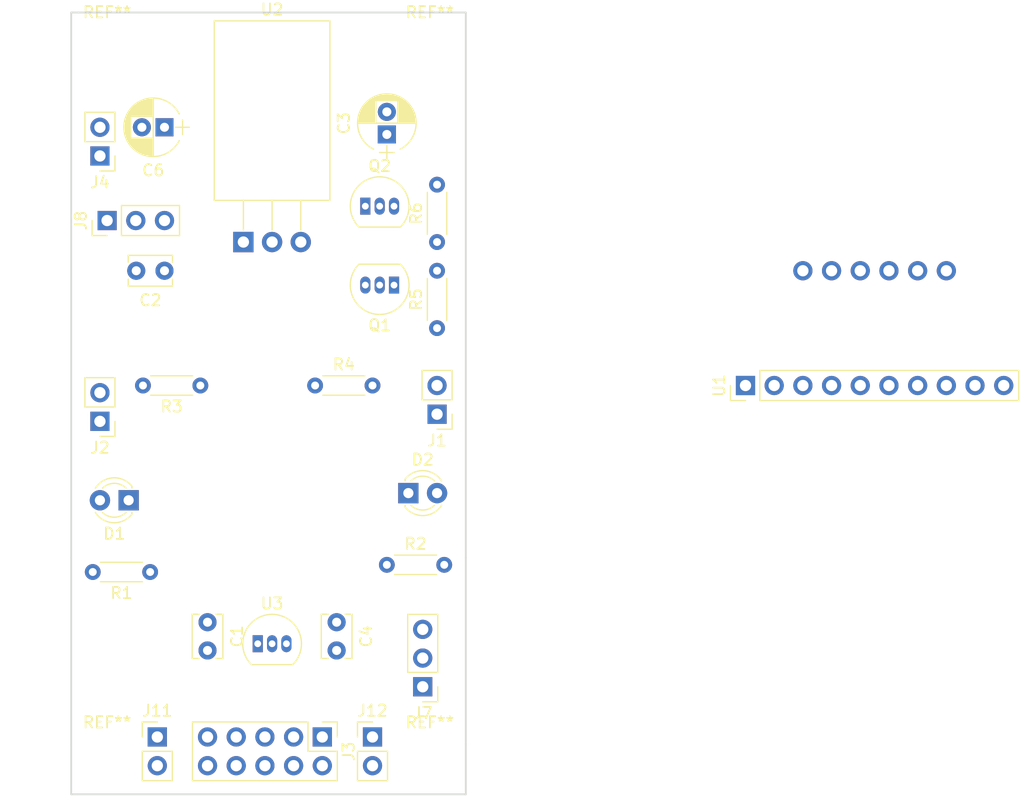
<source format=kicad_pcb>
(kicad_pcb (version 4) (host pcbnew 4.0.7)

  (general
    (links 58)
    (no_connects 58)
    (area 95.809999 29.134999 130.885001 98.500001)
    (thickness 1.6)
    (drawings 9)
    (tracks 0)
    (zones 0)
    (modules 30)
    (nets 22)
  )

  (page A4)
  (layers
    (0 F.Cu signal)
    (31 B.Cu signal)
    (32 B.Adhes user)
    (33 F.Adhes user)
    (34 B.Paste user)
    (35 F.Paste user)
    (36 B.SilkS user)
    (37 F.SilkS user)
    (38 B.Mask user)
    (39 F.Mask user)
    (40 Dwgs.User user)
    (41 Cmts.User user)
    (42 Eco1.User user)
    (43 Eco2.User user)
    (44 Edge.Cuts user)
    (45 Margin user)
    (46 B.CrtYd user)
    (47 F.CrtYd user)
    (48 B.Fab user)
    (49 F.Fab user)
  )

  (setup
    (last_trace_width 0.25)
    (trace_clearance 0.2)
    (zone_clearance 0.508)
    (zone_45_only no)
    (trace_min 0.2)
    (segment_width 0.2)
    (edge_width 0.15)
    (via_size 0.6)
    (via_drill 0.4)
    (via_min_size 0.4)
    (via_min_drill 0.3)
    (uvia_size 0.3)
    (uvia_drill 0.1)
    (uvias_allowed no)
    (uvia_min_size 0.2)
    (uvia_min_drill 0.1)
    (pcb_text_width 0.3)
    (pcb_text_size 1.5 1.5)
    (mod_edge_width 0.15)
    (mod_text_size 1 1)
    (mod_text_width 0.15)
    (pad_size 1.524 1.524)
    (pad_drill 0.762)
    (pad_to_mask_clearance 0.2)
    (aux_axis_origin 0 0)
    (visible_elements 7FFFFFFF)
    (pcbplotparams
      (layerselection 0x000f0_80000001)
      (usegerberextensions false)
      (excludeedgelayer true)
      (linewidth 0.100000)
      (plotframeref false)
      (viasonmask false)
      (mode 1)
      (useauxorigin false)
      (hpglpennumber 1)
      (hpglpenspeed 20)
      (hpglpendiameter 15)
      (hpglpenoverlay 2)
      (psnegative false)
      (psa4output false)
      (plotreference true)
      (plotvalue true)
      (plotinvisibletext false)
      (padsonsilk false)
      (subtractmaskfromsilk false)
      (outputformat 1)
      (mirror false)
      (drillshape 0)
      (scaleselection 1)
      (outputdirectory gerber/))
  )

  (net 0 "")
  (net 1 GND)
  (net 2 +5V)
  (net 3 +3V3)
  (net 4 STBY)
  (net 5 VCC)
  (net 6 "Net-(D1-Pad1)")
  (net 7 "Net-(D2-Pad1)")
  (net 8 BPWM)
  (net 9 B2)
  (net 10 APWM)
  (net 11 A2)
  (net 12 B1)
  (net 13 A1)
  (net 14 "Net-(Q1-Pad2)")
  (net 15 "Net-(Q2-Pad2)")
  (net 16 +BATT)
  (net 17 "Net-(D2-Pad2)")
  (net 18 "Net-(J1-Pad1)")
  (net 19 "Net-(J1-Pad2)")
  (net 20 "Net-(J2-Pad1)")
  (net 21 "Net-(J2-Pad2)")

  (net_class Default "This is the default net class."
    (clearance 0.2)
    (trace_width 0.25)
    (via_dia 0.6)
    (via_drill 0.4)
    (uvia_dia 0.3)
    (uvia_drill 0.1)
    (add_net +3V3)
    (add_net A1)
    (add_net A2)
    (add_net APWM)
    (add_net B1)
    (add_net B2)
    (add_net BPWM)
    (add_net GND)
    (add_net "Net-(D1-Pad1)")
    (add_net "Net-(D2-Pad1)")
    (add_net "Net-(D2-Pad2)")
    (add_net "Net-(J1-Pad1)")
    (add_net "Net-(J1-Pad2)")
    (add_net "Net-(J2-Pad1)")
    (add_net "Net-(J2-Pad2)")
    (add_net "Net-(Q1-Pad2)")
    (add_net "Net-(Q2-Pad2)")
    (add_net STBY)
  )

  (net_class power ""
    (clearance 0.2)
    (trace_width 0.25)
    (via_dia 0.6)
    (via_drill 0.4)
    (uvia_dia 0.3)
    (uvia_drill 0.1)
    (add_net +5V)
    (add_net +BATT)
    (add_net VCC)
  )

  (module kevin:Adafruit_Motor_Driver_TB6612 placed (layer F.Cu) (tedit 5AAE9A22) (tstamp 5AB1FF35)
    (at 155.575 62.23 90)
    (descr "Adafruit motor driver tb6612")
    (tags "adafruit motor driver tb6612")
    (path /5AAE9D59)
    (fp_text reference U1 (at 0 -2.33 90) (layer F.SilkS)
      (effects (font (size 1 1) (thickness 0.15)))
    )
    (fp_text value TB6612FNG (at 5.08 11.43 180) (layer F.Fab)
      (effects (font (size 1 1) (thickness 0.15)))
    )
    (fp_line (start -1.27 -1.27) (end -1.27 24.13) (layer F.Fab) (width 0.1))
    (fp_line (start -1.27 24.13) (end 1.27 24.13) (layer F.Fab) (width 0.1))
    (fp_line (start 1.27 24.13) (end 1.27 -1.27) (layer F.Fab) (width 0.1))
    (fp_line (start 1.27 -1.27) (end -1.27 -1.27) (layer F.Fab) (width 0.1))
    (fp_line (start -1.33 1.27) (end -1.33 24.19) (layer F.SilkS) (width 0.12))
    (fp_line (start -1.33 24.19) (end 1.33 24.19) (layer F.SilkS) (width 0.12))
    (fp_line (start 1.33 24.19) (end 1.33 1.27) (layer F.SilkS) (width 0.12))
    (fp_line (start 1.33 1.27) (end -1.33 1.27) (layer F.SilkS) (width 0.12))
    (fp_line (start -1.33 0) (end -1.33 -1.33) (layer F.SilkS) (width 0.12))
    (fp_line (start -1.33 -1.33) (end 0 -1.33) (layer F.SilkS) (width 0.12))
    (fp_line (start -1.8 -1.8) (end -1.8 24.65) (layer F.CrtYd) (width 0.05))
    (fp_line (start -1.8 24.65) (end 1.8 24.65) (layer F.CrtYd) (width 0.05))
    (fp_line (start 1.8 24.65) (end 1.8 -1.8) (layer F.CrtYd) (width 0.05))
    (fp_line (start 1.8 -1.8) (end -1.8 -1.8) (layer F.CrtYd) (width 0.05))
    (fp_text user %R (at 0 -2.33 90) (layer F.Fab)
      (effects (font (size 1 1) (thickness 0.15)))
    )
    (pad 16 thru_hole oval (at 10.16 17.78 90) (size 1.7 1.7) (drill 1) (layers *.Cu *.Mask)
      (net 19 "Net-(J1-Pad2)"))
    (pad 15 thru_hole oval (at 10.16 15.24 90) (size 1.7 1.7) (drill 1) (layers *.Cu *.Mask)
      (net 18 "Net-(J1-Pad1)"))
    (pad 14 thru_hole oval (at 10.16 12.7 90) (size 1.7 1.7) (drill 1) (layers *.Cu *.Mask)
      (net 1 GND))
    (pad 13 thru_hole oval (at 10.16 10.16 90) (size 1.7 1.7) (drill 1) (layers *.Cu *.Mask)
      (net 1 GND))
    (pad 12 thru_hole oval (at 10.16 7.62 90) (size 1.7 1.7) (drill 1) (layers *.Cu *.Mask)
      (net 20 "Net-(J2-Pad1)"))
    (pad 11 thru_hole oval (at 10.16 5.08 90) (size 1.7 1.7) (drill 1) (layers *.Cu *.Mask)
      (net 21 "Net-(J2-Pad2)"))
    (pad 1 thru_hole rect (at 0 0 90) (size 1.7 1.7) (drill 1) (layers *.Cu *.Mask)
      (net 2 +5V))
    (pad 2 thru_hole oval (at 0 2.54 90) (size 1.7 1.7) (drill 1) (layers *.Cu *.Mask)
      (net 2 +5V))
    (pad 3 thru_hole oval (at 0 5.08 90) (size 1.7 1.7) (drill 1) (layers *.Cu *.Mask)
      (net 1 GND))
    (pad 4 thru_hole oval (at 0 7.62 90) (size 1.7 1.7) (drill 1) (layers *.Cu *.Mask)
      (net 8 BPWM))
    (pad 5 thru_hole oval (at 0 10.16 90) (size 1.7 1.7) (drill 1) (layers *.Cu *.Mask)
      (net 9 B2))
    (pad 6 thru_hole oval (at 0 12.7 90) (size 1.7 1.7) (drill 1) (layers *.Cu *.Mask)
      (net 12 B1))
    (pad 7 thru_hole oval (at 0 15.24 90) (size 1.7 1.7) (drill 1) (layers *.Cu *.Mask)
      (net 4 STBY))
    (pad 8 thru_hole oval (at 0 17.78 90) (size 1.7 1.7) (drill 1) (layers *.Cu *.Mask)
      (net 11 A2))
    (pad 9 thru_hole oval (at 0 20.32 90) (size 1.7 1.7) (drill 1) (layers *.Cu *.Mask)
      (net 13 A1))
    (pad 10 thru_hole oval (at 0 22.86 90) (size 1.7 1.7) (drill 1) (layers *.Cu *.Mask)
      (net 10 APWM))
    (model ${KISYS3DMOD}/Socket_Strips.3dshapes/Socket_Strip_Straight_1x10_Pitch2.54mm.wrl
      (at (xyz 0 -0.45 0))
      (scale (xyz 1 1 1))
      (rotate (xyz 0 0 270))
    )
  )

  (module Capacitors_THT:C_Disc_D3.8mm_W2.6mm_P2.50mm placed (layer F.Cu) (tedit 597BC7C2) (tstamp 5AB2CFF1)
    (at 119.38 83.185 270)
    (descr "C, Disc series, Radial, pin pitch=2.50mm, , diameter*width=3.8*2.6mm^2, Capacitor, http://www.vishay.com/docs/45233/krseries.pdf")
    (tags "C Disc series Radial pin pitch 2.50mm  diameter 3.8mm width 2.6mm Capacitor")
    (path /5AAEA01C)
    (fp_text reference C4 (at 1.25 -2.61 270) (layer F.SilkS)
      (effects (font (size 1 1) (thickness 0.15)))
    )
    (fp_text value 0.1uF (at 1.25 2.61 270) (layer F.Fab)
      (effects (font (size 1 1) (thickness 0.15)))
    )
    (fp_line (start -0.65 -1.3) (end -0.65 1.3) (layer F.Fab) (width 0.1))
    (fp_line (start -0.65 1.3) (end 3.15 1.3) (layer F.Fab) (width 0.1))
    (fp_line (start 3.15 1.3) (end 3.15 -1.3) (layer F.Fab) (width 0.1))
    (fp_line (start 3.15 -1.3) (end -0.65 -1.3) (layer F.Fab) (width 0.1))
    (fp_line (start -0.71 -1.36) (end 3.21 -1.36) (layer F.SilkS) (width 0.12))
    (fp_line (start -0.71 1.36) (end 3.21 1.36) (layer F.SilkS) (width 0.12))
    (fp_line (start -0.71 -1.36) (end -0.71 -0.75) (layer F.SilkS) (width 0.12))
    (fp_line (start -0.71 0.75) (end -0.71 1.36) (layer F.SilkS) (width 0.12))
    (fp_line (start 3.21 -1.36) (end 3.21 -0.75) (layer F.SilkS) (width 0.12))
    (fp_line (start 3.21 0.75) (end 3.21 1.36) (layer F.SilkS) (width 0.12))
    (fp_line (start -1.05 -1.65) (end -1.05 1.65) (layer F.CrtYd) (width 0.05))
    (fp_line (start -1.05 1.65) (end 3.55 1.65) (layer F.CrtYd) (width 0.05))
    (fp_line (start 3.55 1.65) (end 3.55 -1.65) (layer F.CrtYd) (width 0.05))
    (fp_line (start 3.55 -1.65) (end -1.05 -1.65) (layer F.CrtYd) (width 0.05))
    (fp_text user %R (at 1.25 0 270) (layer F.Fab)
      (effects (font (size 1 1) (thickness 0.15)))
    )
    (pad 1 thru_hole circle (at 0 0 270) (size 1.6 1.6) (drill 0.8) (layers *.Cu *.Mask)
      (net 3 +3V3))
    (pad 2 thru_hole circle (at 2.5 0 270) (size 1.6 1.6) (drill 0.8) (layers *.Cu *.Mask)
      (net 1 GND))
    (model ${KISYS3DMOD}/Capacitors_THT.3dshapes/C_Disc_D3.8mm_W2.6mm_P2.50mm.wrl
      (at (xyz 0 0 0))
      (scale (xyz 1 1 1))
      (rotate (xyz 0 0 0))
    )
  )

  (module Pin_Headers:Pin_Header_Straight_1x02_Pitch2.54mm placed (layer F.Cu) (tedit 59650532) (tstamp 5AB2D007)
    (at 128.27 64.77 180)
    (descr "Through hole straight pin header, 1x02, 2.54mm pitch, single row")
    (tags "Through hole pin header THT 1x02 2.54mm single row")
    (path /5AAEC74A)
    (fp_text reference J1 (at 0 -2.33 180) (layer F.SilkS)
      (effects (font (size 1 1) (thickness 0.15)))
    )
    (fp_text value "M1 PWR" (at 0 4.87 180) (layer F.Fab)
      (effects (font (size 1 1) (thickness 0.15)))
    )
    (fp_line (start -0.635 -1.27) (end 1.27 -1.27) (layer F.Fab) (width 0.1))
    (fp_line (start 1.27 -1.27) (end 1.27 3.81) (layer F.Fab) (width 0.1))
    (fp_line (start 1.27 3.81) (end -1.27 3.81) (layer F.Fab) (width 0.1))
    (fp_line (start -1.27 3.81) (end -1.27 -0.635) (layer F.Fab) (width 0.1))
    (fp_line (start -1.27 -0.635) (end -0.635 -1.27) (layer F.Fab) (width 0.1))
    (fp_line (start -1.33 3.87) (end 1.33 3.87) (layer F.SilkS) (width 0.12))
    (fp_line (start -1.33 1.27) (end -1.33 3.87) (layer F.SilkS) (width 0.12))
    (fp_line (start 1.33 1.27) (end 1.33 3.87) (layer F.SilkS) (width 0.12))
    (fp_line (start -1.33 1.27) (end 1.33 1.27) (layer F.SilkS) (width 0.12))
    (fp_line (start -1.33 0) (end -1.33 -1.33) (layer F.SilkS) (width 0.12))
    (fp_line (start -1.33 -1.33) (end 0 -1.33) (layer F.SilkS) (width 0.12))
    (fp_line (start -1.8 -1.8) (end -1.8 4.35) (layer F.CrtYd) (width 0.05))
    (fp_line (start -1.8 4.35) (end 1.8 4.35) (layer F.CrtYd) (width 0.05))
    (fp_line (start 1.8 4.35) (end 1.8 -1.8) (layer F.CrtYd) (width 0.05))
    (fp_line (start 1.8 -1.8) (end -1.8 -1.8) (layer F.CrtYd) (width 0.05))
    (fp_text user %R (at 0 1.27 270) (layer F.Fab)
      (effects (font (size 1 1) (thickness 0.15)))
    )
    (pad 1 thru_hole rect (at 0 0 180) (size 1.7 1.7) (drill 1) (layers *.Cu *.Mask)
      (net 18 "Net-(J1-Pad1)"))
    (pad 2 thru_hole oval (at 0 2.54 180) (size 1.7 1.7) (drill 1) (layers *.Cu *.Mask)
      (net 19 "Net-(J1-Pad2)"))
    (model ${KISYS3DMOD}/Pin_Headers.3dshapes/Pin_Header_Straight_1x02_Pitch2.54mm.wrl
      (at (xyz 0 0 0))
      (scale (xyz 1 1 1))
      (rotate (xyz 0 0 0))
    )
  )

  (module Pin_Headers:Pin_Header_Straight_1x02_Pitch2.54mm placed (layer F.Cu) (tedit 59650532) (tstamp 5AB2D01D)
    (at 98.425 65.405 180)
    (descr "Through hole straight pin header, 1x02, 2.54mm pitch, single row")
    (tags "Through hole pin header THT 1x02 2.54mm single row")
    (path /5AAEC812)
    (fp_text reference J2 (at 0 -2.33 180) (layer F.SilkS)
      (effects (font (size 1 1) (thickness 0.15)))
    )
    (fp_text value "M2 PWR" (at 0 4.87 180) (layer F.Fab)
      (effects (font (size 1 1) (thickness 0.15)))
    )
    (fp_line (start -0.635 -1.27) (end 1.27 -1.27) (layer F.Fab) (width 0.1))
    (fp_line (start 1.27 -1.27) (end 1.27 3.81) (layer F.Fab) (width 0.1))
    (fp_line (start 1.27 3.81) (end -1.27 3.81) (layer F.Fab) (width 0.1))
    (fp_line (start -1.27 3.81) (end -1.27 -0.635) (layer F.Fab) (width 0.1))
    (fp_line (start -1.27 -0.635) (end -0.635 -1.27) (layer F.Fab) (width 0.1))
    (fp_line (start -1.33 3.87) (end 1.33 3.87) (layer F.SilkS) (width 0.12))
    (fp_line (start -1.33 1.27) (end -1.33 3.87) (layer F.SilkS) (width 0.12))
    (fp_line (start 1.33 1.27) (end 1.33 3.87) (layer F.SilkS) (width 0.12))
    (fp_line (start -1.33 1.27) (end 1.33 1.27) (layer F.SilkS) (width 0.12))
    (fp_line (start -1.33 0) (end -1.33 -1.33) (layer F.SilkS) (width 0.12))
    (fp_line (start -1.33 -1.33) (end 0 -1.33) (layer F.SilkS) (width 0.12))
    (fp_line (start -1.8 -1.8) (end -1.8 4.35) (layer F.CrtYd) (width 0.05))
    (fp_line (start -1.8 4.35) (end 1.8 4.35) (layer F.CrtYd) (width 0.05))
    (fp_line (start 1.8 4.35) (end 1.8 -1.8) (layer F.CrtYd) (width 0.05))
    (fp_line (start 1.8 -1.8) (end -1.8 -1.8) (layer F.CrtYd) (width 0.05))
    (fp_text user %R (at 0 1.27 270) (layer F.Fab)
      (effects (font (size 1 1) (thickness 0.15)))
    )
    (pad 1 thru_hole rect (at 0 0 180) (size 1.7 1.7) (drill 1) (layers *.Cu *.Mask)
      (net 20 "Net-(J2-Pad1)"))
    (pad 2 thru_hole oval (at 0 2.54 180) (size 1.7 1.7) (drill 1) (layers *.Cu *.Mask)
      (net 21 "Net-(J2-Pad2)"))
    (model ${KISYS3DMOD}/Pin_Headers.3dshapes/Pin_Header_Straight_1x02_Pitch2.54mm.wrl
      (at (xyz 0 0 0))
      (scale (xyz 1 1 1))
      (rotate (xyz 0 0 0))
    )
  )

  (module TO_SOT_Packages_THT:TO-220-3_Horizontal placed (layer F.Cu) (tedit 58CE52AD) (tstamp 5AB2D0D9)
    (at 111.125 49.53)
    (descr "TO-220-3, Horizontal, RM 2.54mm")
    (tags "TO-220-3 Horizontal RM 2.54mm")
    (path /5AAE9DC4)
    (fp_text reference U2 (at 2.54 -20.58) (layer F.SilkS)
      (effects (font (size 1 1) (thickness 0.15)))
    )
    (fp_text value L7805 (at 2.54 1.9) (layer F.Fab)
      (effects (font (size 1 1) (thickness 0.15)))
    )
    (fp_text user %R (at 2.54 -20.58) (layer F.Fab)
      (effects (font (size 1 1) (thickness 0.15)))
    )
    (fp_line (start -2.46 -13.06) (end -2.46 -19.46) (layer F.Fab) (width 0.1))
    (fp_line (start -2.46 -19.46) (end 7.54 -19.46) (layer F.Fab) (width 0.1))
    (fp_line (start 7.54 -19.46) (end 7.54 -13.06) (layer F.Fab) (width 0.1))
    (fp_line (start 7.54 -13.06) (end -2.46 -13.06) (layer F.Fab) (width 0.1))
    (fp_line (start -2.46 -3.81) (end -2.46 -13.06) (layer F.Fab) (width 0.1))
    (fp_line (start -2.46 -13.06) (end 7.54 -13.06) (layer F.Fab) (width 0.1))
    (fp_line (start 7.54 -13.06) (end 7.54 -3.81) (layer F.Fab) (width 0.1))
    (fp_line (start 7.54 -3.81) (end -2.46 -3.81) (layer F.Fab) (width 0.1))
    (fp_line (start 0 -3.81) (end 0 0) (layer F.Fab) (width 0.1))
    (fp_line (start 2.54 -3.81) (end 2.54 0) (layer F.Fab) (width 0.1))
    (fp_line (start 5.08 -3.81) (end 5.08 0) (layer F.Fab) (width 0.1))
    (fp_line (start -2.58 -3.69) (end 7.66 -3.69) (layer F.SilkS) (width 0.12))
    (fp_line (start -2.58 -19.58) (end 7.66 -19.58) (layer F.SilkS) (width 0.12))
    (fp_line (start -2.58 -19.58) (end -2.58 -3.69) (layer F.SilkS) (width 0.12))
    (fp_line (start 7.66 -19.58) (end 7.66 -3.69) (layer F.SilkS) (width 0.12))
    (fp_line (start 0 -3.69) (end 0 -1.05) (layer F.SilkS) (width 0.12))
    (fp_line (start 2.54 -3.69) (end 2.54 -1.066) (layer F.SilkS) (width 0.12))
    (fp_line (start 5.08 -3.69) (end 5.08 -1.066) (layer F.SilkS) (width 0.12))
    (fp_line (start -2.71 -19.71) (end -2.71 1.15) (layer F.CrtYd) (width 0.05))
    (fp_line (start -2.71 1.15) (end 7.79 1.15) (layer F.CrtYd) (width 0.05))
    (fp_line (start 7.79 1.15) (end 7.79 -19.71) (layer F.CrtYd) (width 0.05))
    (fp_line (start 7.79 -19.71) (end -2.71 -19.71) (layer F.CrtYd) (width 0.05))
    (fp_circle (center 2.54 -16.66) (end 4.39 -16.66) (layer F.Fab) (width 0.1))
    (pad 0 np_thru_hole oval (at 2.54 -16.66) (size 3.5 3.5) (drill 3.5) (layers *.Cu *.Mask))
    (pad 1 thru_hole rect (at 0 0) (size 1.8 1.8) (drill 1) (layers *.Cu *.Mask)
      (net 5 VCC))
    (pad 2 thru_hole oval (at 2.54 0) (size 1.8 1.8) (drill 1) (layers *.Cu *.Mask)
      (net 1 GND))
    (pad 3 thru_hole oval (at 5.08 0) (size 1.8 1.8) (drill 1) (layers *.Cu *.Mask)
      (net 2 +5V))
    (model ${KISYS3DMOD}/TO_SOT_Packages_THT.3dshapes/TO-220-3_Horizontal.wrl
      (at (xyz 0.1 0 0))
      (scale (xyz 0.393701 0.393701 0.393701))
      (rotate (xyz 0 0 0))
    )
  )

  (module TO_SOT_Packages_THT:TO-92_Inline_Narrow_Oval placed (layer F.Cu) (tedit 58CE52AF) (tstamp 5AB2D0EB)
    (at 112.395 85.09)
    (descr "TO-92 leads in-line, narrow, oval pads, drill 0.6mm (see NXP sot054_po.pdf)")
    (tags "to-92 sc-43 sc-43a sot54 PA33 transistor")
    (path /5AAE9F7B)
    (fp_text reference U3 (at 1.27 -3.56) (layer F.SilkS)
      (effects (font (size 1 1) (thickness 0.15)))
    )
    (fp_text value L78L33_TO92 (at 1.27 2.79) (layer F.Fab)
      (effects (font (size 1 1) (thickness 0.15)))
    )
    (fp_text user %R (at 1.27 -3.56) (layer F.Fab)
      (effects (font (size 1 1) (thickness 0.15)))
    )
    (fp_line (start -0.53 1.85) (end 3.07 1.85) (layer F.SilkS) (width 0.12))
    (fp_line (start -0.5 1.75) (end 3 1.75) (layer F.Fab) (width 0.1))
    (fp_line (start -1.46 -2.73) (end 4 -2.73) (layer F.CrtYd) (width 0.05))
    (fp_line (start -1.46 -2.73) (end -1.46 2.01) (layer F.CrtYd) (width 0.05))
    (fp_line (start 4 2.01) (end 4 -2.73) (layer F.CrtYd) (width 0.05))
    (fp_line (start 4 2.01) (end -1.46 2.01) (layer F.CrtYd) (width 0.05))
    (fp_arc (start 1.27 0) (end 1.27 -2.48) (angle 135) (layer F.Fab) (width 0.1))
    (fp_arc (start 1.27 0) (end 1.27 -2.6) (angle -135) (layer F.SilkS) (width 0.12))
    (fp_arc (start 1.27 0) (end 1.27 -2.48) (angle -135) (layer F.Fab) (width 0.1))
    (fp_arc (start 1.27 0) (end 1.27 -2.6) (angle 135) (layer F.SilkS) (width 0.12))
    (pad 2 thru_hole oval (at 1.27 0 180) (size 0.9 1.5) (drill 0.6) (layers *.Cu *.Mask)
      (net 1 GND))
    (pad 3 thru_hole oval (at 2.54 0 180) (size 0.9 1.5) (drill 0.6) (layers *.Cu *.Mask)
      (net 2 +5V))
    (pad 1 thru_hole rect (at 0 0 180) (size 0.9 1.5) (drill 0.6) (layers *.Cu *.Mask)
      (net 3 +3V3))
    (model ${KISYS3DMOD}/TO_SOT_Packages_THT.3dshapes/TO-92_Inline_Narrow_Oval.wrl
      (at (xyz 0.05 0 0))
      (scale (xyz 1 1 1))
      (rotate (xyz 0 0 -90))
    )
  )

  (module Capacitors_THT:CP_Radial_D5.0mm_P2.00mm placed (layer F.Cu) (tedit 597BC7C2) (tstamp 5ACA46E5)
    (at 104.14 39.37 180)
    (descr "CP, Radial series, Radial, pin pitch=2.00mm, , diameter=5mm, Electrolytic Capacitor")
    (tags "CP Radial series Radial pin pitch 2.00mm  diameter 5mm Electrolytic Capacitor")
    (path /5AC78EBB)
    (fp_text reference C6 (at 1 -3.81 180) (layer F.SilkS)
      (effects (font (size 1 1) (thickness 0.15)))
    )
    (fp_text value 33uF (at 1 3.81 180) (layer F.Fab)
      (effects (font (size 1 1) (thickness 0.15)))
    )
    (fp_arc (start 1 0) (end -1.30558 -1.18) (angle 125.8) (layer F.SilkS) (width 0.12))
    (fp_arc (start 1 0) (end -1.30558 1.18) (angle -125.8) (layer F.SilkS) (width 0.12))
    (fp_arc (start 1 0) (end 3.30558 -1.18) (angle 54.2) (layer F.SilkS) (width 0.12))
    (fp_circle (center 1 0) (end 3.5 0) (layer F.Fab) (width 0.1))
    (fp_line (start -2.2 0) (end -1 0) (layer F.Fab) (width 0.1))
    (fp_line (start -1.6 -0.65) (end -1.6 0.65) (layer F.Fab) (width 0.1))
    (fp_line (start 1 -2.55) (end 1 2.55) (layer F.SilkS) (width 0.12))
    (fp_line (start 1.04 -2.55) (end 1.04 -0.98) (layer F.SilkS) (width 0.12))
    (fp_line (start 1.04 0.98) (end 1.04 2.55) (layer F.SilkS) (width 0.12))
    (fp_line (start 1.08 -2.549) (end 1.08 -0.98) (layer F.SilkS) (width 0.12))
    (fp_line (start 1.08 0.98) (end 1.08 2.549) (layer F.SilkS) (width 0.12))
    (fp_line (start 1.12 -2.548) (end 1.12 -0.98) (layer F.SilkS) (width 0.12))
    (fp_line (start 1.12 0.98) (end 1.12 2.548) (layer F.SilkS) (width 0.12))
    (fp_line (start 1.16 -2.546) (end 1.16 -0.98) (layer F.SilkS) (width 0.12))
    (fp_line (start 1.16 0.98) (end 1.16 2.546) (layer F.SilkS) (width 0.12))
    (fp_line (start 1.2 -2.543) (end 1.2 -0.98) (layer F.SilkS) (width 0.12))
    (fp_line (start 1.2 0.98) (end 1.2 2.543) (layer F.SilkS) (width 0.12))
    (fp_line (start 1.24 -2.539) (end 1.24 -0.98) (layer F.SilkS) (width 0.12))
    (fp_line (start 1.24 0.98) (end 1.24 2.539) (layer F.SilkS) (width 0.12))
    (fp_line (start 1.28 -2.535) (end 1.28 -0.98) (layer F.SilkS) (width 0.12))
    (fp_line (start 1.28 0.98) (end 1.28 2.535) (layer F.SilkS) (width 0.12))
    (fp_line (start 1.32 -2.531) (end 1.32 -0.98) (layer F.SilkS) (width 0.12))
    (fp_line (start 1.32 0.98) (end 1.32 2.531) (layer F.SilkS) (width 0.12))
    (fp_line (start 1.36 -2.525) (end 1.36 -0.98) (layer F.SilkS) (width 0.12))
    (fp_line (start 1.36 0.98) (end 1.36 2.525) (layer F.SilkS) (width 0.12))
    (fp_line (start 1.4 -2.519) (end 1.4 -0.98) (layer F.SilkS) (width 0.12))
    (fp_line (start 1.4 0.98) (end 1.4 2.519) (layer F.SilkS) (width 0.12))
    (fp_line (start 1.44 -2.513) (end 1.44 -0.98) (layer F.SilkS) (width 0.12))
    (fp_line (start 1.44 0.98) (end 1.44 2.513) (layer F.SilkS) (width 0.12))
    (fp_line (start 1.48 -2.506) (end 1.48 -0.98) (layer F.SilkS) (width 0.12))
    (fp_line (start 1.48 0.98) (end 1.48 2.506) (layer F.SilkS) (width 0.12))
    (fp_line (start 1.52 -2.498) (end 1.52 -0.98) (layer F.SilkS) (width 0.12))
    (fp_line (start 1.52 0.98) (end 1.52 2.498) (layer F.SilkS) (width 0.12))
    (fp_line (start 1.56 -2.489) (end 1.56 -0.98) (layer F.SilkS) (width 0.12))
    (fp_line (start 1.56 0.98) (end 1.56 2.489) (layer F.SilkS) (width 0.12))
    (fp_line (start 1.6 -2.48) (end 1.6 -0.98) (layer F.SilkS) (width 0.12))
    (fp_line (start 1.6 0.98) (end 1.6 2.48) (layer F.SilkS) (width 0.12))
    (fp_line (start 1.64 -2.47) (end 1.64 -0.98) (layer F.SilkS) (width 0.12))
    (fp_line (start 1.64 0.98) (end 1.64 2.47) (layer F.SilkS) (width 0.12))
    (fp_line (start 1.68 -2.46) (end 1.68 -0.98) (layer F.SilkS) (width 0.12))
    (fp_line (start 1.68 0.98) (end 1.68 2.46) (layer F.SilkS) (width 0.12))
    (fp_line (start 1.721 -2.448) (end 1.721 -0.98) (layer F.SilkS) (width 0.12))
    (fp_line (start 1.721 0.98) (end 1.721 2.448) (layer F.SilkS) (width 0.12))
    (fp_line (start 1.761 -2.436) (end 1.761 -0.98) (layer F.SilkS) (width 0.12))
    (fp_line (start 1.761 0.98) (end 1.761 2.436) (layer F.SilkS) (width 0.12))
    (fp_line (start 1.801 -2.424) (end 1.801 -0.98) (layer F.SilkS) (width 0.12))
    (fp_line (start 1.801 0.98) (end 1.801 2.424) (layer F.SilkS) (width 0.12))
    (fp_line (start 1.841 -2.41) (end 1.841 -0.98) (layer F.SilkS) (width 0.12))
    (fp_line (start 1.841 0.98) (end 1.841 2.41) (layer F.SilkS) (width 0.12))
    (fp_line (start 1.881 -2.396) (end 1.881 -0.98) (layer F.SilkS) (width 0.12))
    (fp_line (start 1.881 0.98) (end 1.881 2.396) (layer F.SilkS) (width 0.12))
    (fp_line (start 1.921 -2.382) (end 1.921 -0.98) (layer F.SilkS) (width 0.12))
    (fp_line (start 1.921 0.98) (end 1.921 2.382) (layer F.SilkS) (width 0.12))
    (fp_line (start 1.961 -2.366) (end 1.961 -0.98) (layer F.SilkS) (width 0.12))
    (fp_line (start 1.961 0.98) (end 1.961 2.366) (layer F.SilkS) (width 0.12))
    (fp_line (start 2.001 -2.35) (end 2.001 -0.98) (layer F.SilkS) (width 0.12))
    (fp_line (start 2.001 0.98) (end 2.001 2.35) (layer F.SilkS) (width 0.12))
    (fp_line (start 2.041 -2.333) (end 2.041 -0.98) (layer F.SilkS) (width 0.12))
    (fp_line (start 2.041 0.98) (end 2.041 2.333) (layer F.SilkS) (width 0.12))
    (fp_line (start 2.081 -2.315) (end 2.081 -0.98) (layer F.SilkS) (width 0.12))
    (fp_line (start 2.081 0.98) (end 2.081 2.315) (layer F.SilkS) (width 0.12))
    (fp_line (start 2.121 -2.296) (end 2.121 -0.98) (layer F.SilkS) (width 0.12))
    (fp_line (start 2.121 0.98) (end 2.121 2.296) (layer F.SilkS) (width 0.12))
    (fp_line (start 2.161 -2.276) (end 2.161 -0.98) (layer F.SilkS) (width 0.12))
    (fp_line (start 2.161 0.98) (end 2.161 2.276) (layer F.SilkS) (width 0.12))
    (fp_line (start 2.201 -2.256) (end 2.201 -0.98) (layer F.SilkS) (width 0.12))
    (fp_line (start 2.201 0.98) (end 2.201 2.256) (layer F.SilkS) (width 0.12))
    (fp_line (start 2.241 -2.234) (end 2.241 -0.98) (layer F.SilkS) (width 0.12))
    (fp_line (start 2.241 0.98) (end 2.241 2.234) (layer F.SilkS) (width 0.12))
    (fp_line (start 2.281 -2.212) (end 2.281 -0.98) (layer F.SilkS) (width 0.12))
    (fp_line (start 2.281 0.98) (end 2.281 2.212) (layer F.SilkS) (width 0.12))
    (fp_line (start 2.321 -2.189) (end 2.321 -0.98) (layer F.SilkS) (width 0.12))
    (fp_line (start 2.321 0.98) (end 2.321 2.189) (layer F.SilkS) (width 0.12))
    (fp_line (start 2.361 -2.165) (end 2.361 -0.98) (layer F.SilkS) (width 0.12))
    (fp_line (start 2.361 0.98) (end 2.361 2.165) (layer F.SilkS) (width 0.12))
    (fp_line (start 2.401 -2.14) (end 2.401 -0.98) (layer F.SilkS) (width 0.12))
    (fp_line (start 2.401 0.98) (end 2.401 2.14) (layer F.SilkS) (width 0.12))
    (fp_line (start 2.441 -2.113) (end 2.441 -0.98) (layer F.SilkS) (width 0.12))
    (fp_line (start 2.441 0.98) (end 2.441 2.113) (layer F.SilkS) (width 0.12))
    (fp_line (start 2.481 -2.086) (end 2.481 -0.98) (layer F.SilkS) (width 0.12))
    (fp_line (start 2.481 0.98) (end 2.481 2.086) (layer F.SilkS) (width 0.12))
    (fp_line (start 2.521 -2.058) (end 2.521 -0.98) (layer F.SilkS) (width 0.12))
    (fp_line (start 2.521 0.98) (end 2.521 2.058) (layer F.SilkS) (width 0.12))
    (fp_line (start 2.561 -2.028) (end 2.561 -0.98) (layer F.SilkS) (width 0.12))
    (fp_line (start 2.561 0.98) (end 2.561 2.028) (layer F.SilkS) (width 0.12))
    (fp_line (start 2.601 -1.997) (end 2.601 -0.98) (layer F.SilkS) (width 0.12))
    (fp_line (start 2.601 0.98) (end 2.601 1.997) (layer F.SilkS) (width 0.12))
    (fp_line (start 2.641 -1.965) (end 2.641 -0.98) (layer F.SilkS) (width 0.12))
    (fp_line (start 2.641 0.98) (end 2.641 1.965) (layer F.SilkS) (width 0.12))
    (fp_line (start 2.681 -1.932) (end 2.681 -0.98) (layer F.SilkS) (width 0.12))
    (fp_line (start 2.681 0.98) (end 2.681 1.932) (layer F.SilkS) (width 0.12))
    (fp_line (start 2.721 -1.897) (end 2.721 -0.98) (layer F.SilkS) (width 0.12))
    (fp_line (start 2.721 0.98) (end 2.721 1.897) (layer F.SilkS) (width 0.12))
    (fp_line (start 2.761 -1.861) (end 2.761 -0.98) (layer F.SilkS) (width 0.12))
    (fp_line (start 2.761 0.98) (end 2.761 1.861) (layer F.SilkS) (width 0.12))
    (fp_line (start 2.801 -1.823) (end 2.801 -0.98) (layer F.SilkS) (width 0.12))
    (fp_line (start 2.801 0.98) (end 2.801 1.823) (layer F.SilkS) (width 0.12))
    (fp_line (start 2.841 -1.783) (end 2.841 -0.98) (layer F.SilkS) (width 0.12))
    (fp_line (start 2.841 0.98) (end 2.841 1.783) (layer F.SilkS) (width 0.12))
    (fp_line (start 2.881 -1.742) (end 2.881 -0.98) (layer F.SilkS) (width 0.12))
    (fp_line (start 2.881 0.98) (end 2.881 1.742) (layer F.SilkS) (width 0.12))
    (fp_line (start 2.921 -1.699) (end 2.921 -0.98) (layer F.SilkS) (width 0.12))
    (fp_line (start 2.921 0.98) (end 2.921 1.699) (layer F.SilkS) (width 0.12))
    (fp_line (start 2.961 -1.654) (end 2.961 -0.98) (layer F.SilkS) (width 0.12))
    (fp_line (start 2.961 0.98) (end 2.961 1.654) (layer F.SilkS) (width 0.12))
    (fp_line (start 3.001 -1.606) (end 3.001 1.606) (layer F.SilkS) (width 0.12))
    (fp_line (start 3.041 -1.556) (end 3.041 1.556) (layer F.SilkS) (width 0.12))
    (fp_line (start 3.081 -1.504) (end 3.081 1.504) (layer F.SilkS) (width 0.12))
    (fp_line (start 3.121 -1.448) (end 3.121 1.448) (layer F.SilkS) (width 0.12))
    (fp_line (start 3.161 -1.39) (end 3.161 1.39) (layer F.SilkS) (width 0.12))
    (fp_line (start 3.201 -1.327) (end 3.201 1.327) (layer F.SilkS) (width 0.12))
    (fp_line (start 3.241 -1.261) (end 3.241 1.261) (layer F.SilkS) (width 0.12))
    (fp_line (start 3.281 -1.189) (end 3.281 1.189) (layer F.SilkS) (width 0.12))
    (fp_line (start 3.321 -1.112) (end 3.321 1.112) (layer F.SilkS) (width 0.12))
    (fp_line (start 3.361 -1.028) (end 3.361 1.028) (layer F.SilkS) (width 0.12))
    (fp_line (start 3.401 -0.934) (end 3.401 0.934) (layer F.SilkS) (width 0.12))
    (fp_line (start 3.441 -0.829) (end 3.441 0.829) (layer F.SilkS) (width 0.12))
    (fp_line (start 3.481 -0.707) (end 3.481 0.707) (layer F.SilkS) (width 0.12))
    (fp_line (start 3.521 -0.559) (end 3.521 0.559) (layer F.SilkS) (width 0.12))
    (fp_line (start 3.561 -0.354) (end 3.561 0.354) (layer F.SilkS) (width 0.12))
    (fp_line (start -2.2 0) (end -1 0) (layer F.SilkS) (width 0.12))
    (fp_line (start -1.6 -0.65) (end -1.6 0.65) (layer F.SilkS) (width 0.12))
    (fp_line (start -1.85 -2.85) (end -1.85 2.85) (layer F.CrtYd) (width 0.05))
    (fp_line (start -1.85 2.85) (end 3.85 2.85) (layer F.CrtYd) (width 0.05))
    (fp_line (start 3.85 2.85) (end 3.85 -2.85) (layer F.CrtYd) (width 0.05))
    (fp_line (start 3.85 -2.85) (end -1.85 -2.85) (layer F.CrtYd) (width 0.05))
    (fp_text user %R (at 1 0 180) (layer F.Fab)
      (effects (font (size 1 1) (thickness 0.15)))
    )
    (pad 1 thru_hole rect (at 0 0 180) (size 1.6 1.6) (drill 0.8) (layers *.Cu *.Mask)
      (net 5 VCC))
    (pad 2 thru_hole circle (at 2 0 180) (size 1.6 1.6) (drill 0.8) (layers *.Cu *.Mask)
      (net 1 GND))
    (model ${KISYS3DMOD}/Capacitors_THT.3dshapes/CP_Radial_D5.0mm_P2.00mm.wrl
      (at (xyz 0 0 0))
      (scale (xyz 1 1 1))
      (rotate (xyz 0 0 0))
    )
  )

  (module LEDs:LED_D3.0mm placed (layer F.Cu) (tedit 587A3A7B) (tstamp 5ACA4703)
    (at 100.965 72.39 180)
    (descr "LED, diameter 3.0mm, 2 pins")
    (tags "LED diameter 3.0mm 2 pins")
    (path /5AC7BECD)
    (fp_text reference D1 (at 1.27 -2.96 180) (layer F.SilkS)
      (effects (font (size 1 1) (thickness 0.15)))
    )
    (fp_text value PWR (at 1.27 2.96 180) (layer F.Fab)
      (effects (font (size 1 1) (thickness 0.15)))
    )
    (fp_arc (start 1.27 0) (end -0.23 -1.16619) (angle 284.3) (layer F.Fab) (width 0.1))
    (fp_arc (start 1.27 0) (end -0.29 -1.235516) (angle 108.8) (layer F.SilkS) (width 0.12))
    (fp_arc (start 1.27 0) (end -0.29 1.235516) (angle -108.8) (layer F.SilkS) (width 0.12))
    (fp_arc (start 1.27 0) (end 0.229039 -1.08) (angle 87.9) (layer F.SilkS) (width 0.12))
    (fp_arc (start 1.27 0) (end 0.229039 1.08) (angle -87.9) (layer F.SilkS) (width 0.12))
    (fp_circle (center 1.27 0) (end 2.77 0) (layer F.Fab) (width 0.1))
    (fp_line (start -0.23 -1.16619) (end -0.23 1.16619) (layer F.Fab) (width 0.1))
    (fp_line (start -0.29 -1.236) (end -0.29 -1.08) (layer F.SilkS) (width 0.12))
    (fp_line (start -0.29 1.08) (end -0.29 1.236) (layer F.SilkS) (width 0.12))
    (fp_line (start -1.15 -2.25) (end -1.15 2.25) (layer F.CrtYd) (width 0.05))
    (fp_line (start -1.15 2.25) (end 3.7 2.25) (layer F.CrtYd) (width 0.05))
    (fp_line (start 3.7 2.25) (end 3.7 -2.25) (layer F.CrtYd) (width 0.05))
    (fp_line (start 3.7 -2.25) (end -1.15 -2.25) (layer F.CrtYd) (width 0.05))
    (pad 1 thru_hole rect (at 0 0 180) (size 1.8 1.8) (drill 0.9) (layers *.Cu *.Mask)
      (net 6 "Net-(D1-Pad1)"))
    (pad 2 thru_hole circle (at 2.54 0 180) (size 1.8 1.8) (drill 0.9) (layers *.Cu *.Mask)
      (net 3 +3V3))
    (model ${KISYS3DMOD}/LEDs.3dshapes/LED_D3.0mm.wrl
      (at (xyz 0 0 0))
      (scale (xyz 0.393701 0.393701 0.393701))
      (rotate (xyz 0 0 0))
    )
  )

  (module LEDs:LED_D3.0mm placed (layer F.Cu) (tedit 587A3A7B) (tstamp 5ACA4709)
    (at 125.73 71.755)
    (descr "LED, diameter 3.0mm, 2 pins")
    (tags "LED diameter 3.0mm 2 pins")
    (path /5AC7EC83)
    (fp_text reference D2 (at 1.27 -2.96) (layer F.SilkS)
      (effects (font (size 1 1) (thickness 0.15)))
    )
    (fp_text value STBY (at 1.27 2.96) (layer F.Fab)
      (effects (font (size 1 1) (thickness 0.15)))
    )
    (fp_arc (start 1.27 0) (end -0.23 -1.16619) (angle 284.3) (layer F.Fab) (width 0.1))
    (fp_arc (start 1.27 0) (end -0.29 -1.235516) (angle 108.8) (layer F.SilkS) (width 0.12))
    (fp_arc (start 1.27 0) (end -0.29 1.235516) (angle -108.8) (layer F.SilkS) (width 0.12))
    (fp_arc (start 1.27 0) (end 0.229039 -1.08) (angle 87.9) (layer F.SilkS) (width 0.12))
    (fp_arc (start 1.27 0) (end 0.229039 1.08) (angle -87.9) (layer F.SilkS) (width 0.12))
    (fp_circle (center 1.27 0) (end 2.77 0) (layer F.Fab) (width 0.1))
    (fp_line (start -0.23 -1.16619) (end -0.23 1.16619) (layer F.Fab) (width 0.1))
    (fp_line (start -0.29 -1.236) (end -0.29 -1.08) (layer F.SilkS) (width 0.12))
    (fp_line (start -0.29 1.08) (end -0.29 1.236) (layer F.SilkS) (width 0.12))
    (fp_line (start -1.15 -2.25) (end -1.15 2.25) (layer F.CrtYd) (width 0.05))
    (fp_line (start -1.15 2.25) (end 3.7 2.25) (layer F.CrtYd) (width 0.05))
    (fp_line (start 3.7 2.25) (end 3.7 -2.25) (layer F.CrtYd) (width 0.05))
    (fp_line (start 3.7 -2.25) (end -1.15 -2.25) (layer F.CrtYd) (width 0.05))
    (pad 1 thru_hole rect (at 0 0) (size 1.8 1.8) (drill 0.9) (layers *.Cu *.Mask)
      (net 7 "Net-(D2-Pad1)"))
    (pad 2 thru_hole circle (at 2.54 0) (size 1.8 1.8) (drill 0.9) (layers *.Cu *.Mask)
      (net 17 "Net-(D2-Pad2)"))
    (model ${KISYS3DMOD}/LEDs.3dshapes/LED_D3.0mm.wrl
      (at (xyz 0 0 0))
      (scale (xyz 0.393701 0.393701 0.393701))
      (rotate (xyz 0 0 0))
    )
  )

  (module Pin_Headers:Pin_Header_Straight_1x03_Pitch2.54mm placed (layer F.Cu) (tedit 59650532) (tstamp 5ACA470A)
    (at 127 88.9 180)
    (descr "Through hole straight pin header, 1x03, 2.54mm pitch, single row")
    (tags "Through hole pin header THT 1x03 2.54mm single row")
    (path /5AC7DBF6)
    (fp_text reference J7 (at 0 -2.33 180) (layer F.SilkS)
      (effects (font (size 1 1) (thickness 0.15)))
    )
    (fp_text value STBY (at 0 7.41 180) (layer F.Fab)
      (effects (font (size 1 1) (thickness 0.15)))
    )
    (fp_line (start -0.635 -1.27) (end 1.27 -1.27) (layer F.Fab) (width 0.1))
    (fp_line (start 1.27 -1.27) (end 1.27 6.35) (layer F.Fab) (width 0.1))
    (fp_line (start 1.27 6.35) (end -1.27 6.35) (layer F.Fab) (width 0.1))
    (fp_line (start -1.27 6.35) (end -1.27 -0.635) (layer F.Fab) (width 0.1))
    (fp_line (start -1.27 -0.635) (end -0.635 -1.27) (layer F.Fab) (width 0.1))
    (fp_line (start -1.33 6.41) (end 1.33 6.41) (layer F.SilkS) (width 0.12))
    (fp_line (start -1.33 1.27) (end -1.33 6.41) (layer F.SilkS) (width 0.12))
    (fp_line (start 1.33 1.27) (end 1.33 6.41) (layer F.SilkS) (width 0.12))
    (fp_line (start -1.33 1.27) (end 1.33 1.27) (layer F.SilkS) (width 0.12))
    (fp_line (start -1.33 0) (end -1.33 -1.33) (layer F.SilkS) (width 0.12))
    (fp_line (start -1.33 -1.33) (end 0 -1.33) (layer F.SilkS) (width 0.12))
    (fp_line (start -1.8 -1.8) (end -1.8 6.85) (layer F.CrtYd) (width 0.05))
    (fp_line (start -1.8 6.85) (end 1.8 6.85) (layer F.CrtYd) (width 0.05))
    (fp_line (start 1.8 6.85) (end 1.8 -1.8) (layer F.CrtYd) (width 0.05))
    (fp_line (start 1.8 -1.8) (end -1.8 -1.8) (layer F.CrtYd) (width 0.05))
    (fp_text user %R (at 0 2.54 270) (layer F.Fab)
      (effects (font (size 1 1) (thickness 0.15)))
    )
    (pad 1 thru_hole rect (at 0 0 180) (size 1.7 1.7) (drill 1) (layers *.Cu *.Mask)
      (net 4 STBY))
    (pad 2 thru_hole oval (at 0 2.54 180) (size 1.7 1.7) (drill 1) (layers *.Cu *.Mask)
      (net 3 +3V3))
    (pad 3 thru_hole oval (at 0 5.08 180) (size 1.7 1.7) (drill 1) (layers *.Cu *.Mask)
      (net 17 "Net-(D2-Pad2)"))
    (model ${KISYS3DMOD}/Pin_Headers.3dshapes/Pin_Header_Straight_1x03_Pitch2.54mm.wrl
      (at (xyz 0 0 0))
      (scale (xyz 1 1 1))
      (rotate (xyz 0 0 0))
    )
  )

  (module Pin_Headers:Pin_Header_Straight_1x03_Pitch2.54mm placed (layer F.Cu) (tedit 59650532) (tstamp 5ACA4710)
    (at 99.06 47.625 90)
    (descr "Through hole straight pin header, 1x03, 2.54mm pitch, single row")
    (tags "Through hole pin header THT 1x03 2.54mm single row")
    (path /5AC7C463)
    (fp_text reference J8 (at 0 -2.33 90) (layer F.SilkS)
      (effects (font (size 1 1) (thickness 0.15)))
    )
    (fp_text value PWR (at 0 7.41 90) (layer F.Fab)
      (effects (font (size 1 1) (thickness 0.15)))
    )
    (fp_line (start -0.635 -1.27) (end 1.27 -1.27) (layer F.Fab) (width 0.1))
    (fp_line (start 1.27 -1.27) (end 1.27 6.35) (layer F.Fab) (width 0.1))
    (fp_line (start 1.27 6.35) (end -1.27 6.35) (layer F.Fab) (width 0.1))
    (fp_line (start -1.27 6.35) (end -1.27 -0.635) (layer F.Fab) (width 0.1))
    (fp_line (start -1.27 -0.635) (end -0.635 -1.27) (layer F.Fab) (width 0.1))
    (fp_line (start -1.33 6.41) (end 1.33 6.41) (layer F.SilkS) (width 0.12))
    (fp_line (start -1.33 1.27) (end -1.33 6.41) (layer F.SilkS) (width 0.12))
    (fp_line (start 1.33 1.27) (end 1.33 6.41) (layer F.SilkS) (width 0.12))
    (fp_line (start -1.33 1.27) (end 1.33 1.27) (layer F.SilkS) (width 0.12))
    (fp_line (start -1.33 0) (end -1.33 -1.33) (layer F.SilkS) (width 0.12))
    (fp_line (start -1.33 -1.33) (end 0 -1.33) (layer F.SilkS) (width 0.12))
    (fp_line (start -1.8 -1.8) (end -1.8 6.85) (layer F.CrtYd) (width 0.05))
    (fp_line (start -1.8 6.85) (end 1.8 6.85) (layer F.CrtYd) (width 0.05))
    (fp_line (start 1.8 6.85) (end 1.8 -1.8) (layer F.CrtYd) (width 0.05))
    (fp_line (start 1.8 -1.8) (end -1.8 -1.8) (layer F.CrtYd) (width 0.05))
    (fp_text user %R (at 0 2.54 180) (layer F.Fab)
      (effects (font (size 1 1) (thickness 0.15)))
    )
    (pad 1 thru_hole rect (at 0 0 90) (size 1.7 1.7) (drill 1) (layers *.Cu *.Mask))
    (pad 2 thru_hole oval (at 0 2.54 90) (size 1.7 1.7) (drill 1) (layers *.Cu *.Mask)
      (net 16 +BATT))
    (pad 3 thru_hole oval (at 0 5.08 90) (size 1.7 1.7) (drill 1) (layers *.Cu *.Mask)
      (net 5 VCC))
    (model ${KISYS3DMOD}/Pin_Headers.3dshapes/Pin_Header_Straight_1x03_Pitch2.54mm.wrl
      (at (xyz 0 0 0))
      (scale (xyz 1 1 1))
      (rotate (xyz 0 0 0))
    )
  )

  (module Pin_Headers:Pin_Header_Straight_1x02_Pitch2.54mm placed (layer F.Cu) (tedit 59650532) (tstamp 5ACA4721)
    (at 103.505 93.345)
    (descr "Through hole straight pin header, 1x02, 2.54mm pitch, single row")
    (tags "Through hole pin header THT 1x02 2.54mm single row")
    (path /5AC818B6)
    (fp_text reference J11 (at 0 -2.33) (layer F.SilkS)
      (effects (font (size 1 1) (thickness 0.15)))
    )
    (fp_text value "MB CTRL" (at 0 4.87) (layer F.Fab)
      (effects (font (size 1 1) (thickness 0.15)))
    )
    (fp_line (start -0.635 -1.27) (end 1.27 -1.27) (layer F.Fab) (width 0.1))
    (fp_line (start 1.27 -1.27) (end 1.27 3.81) (layer F.Fab) (width 0.1))
    (fp_line (start 1.27 3.81) (end -1.27 3.81) (layer F.Fab) (width 0.1))
    (fp_line (start -1.27 3.81) (end -1.27 -0.635) (layer F.Fab) (width 0.1))
    (fp_line (start -1.27 -0.635) (end -0.635 -1.27) (layer F.Fab) (width 0.1))
    (fp_line (start -1.33 3.87) (end 1.33 3.87) (layer F.SilkS) (width 0.12))
    (fp_line (start -1.33 1.27) (end -1.33 3.87) (layer F.SilkS) (width 0.12))
    (fp_line (start 1.33 1.27) (end 1.33 3.87) (layer F.SilkS) (width 0.12))
    (fp_line (start -1.33 1.27) (end 1.33 1.27) (layer F.SilkS) (width 0.12))
    (fp_line (start -1.33 0) (end -1.33 -1.33) (layer F.SilkS) (width 0.12))
    (fp_line (start -1.33 -1.33) (end 0 -1.33) (layer F.SilkS) (width 0.12))
    (fp_line (start -1.8 -1.8) (end -1.8 4.35) (layer F.CrtYd) (width 0.05))
    (fp_line (start -1.8 4.35) (end 1.8 4.35) (layer F.CrtYd) (width 0.05))
    (fp_line (start 1.8 4.35) (end 1.8 -1.8) (layer F.CrtYd) (width 0.05))
    (fp_line (start 1.8 -1.8) (end -1.8 -1.8) (layer F.CrtYd) (width 0.05))
    (fp_text user %R (at 0 1.27 90) (layer F.Fab)
      (effects (font (size 1 1) (thickness 0.15)))
    )
    (pad 1 thru_hole rect (at 0 0) (size 1.7 1.7) (drill 1) (layers *.Cu *.Mask)
      (net 8 BPWM))
    (pad 2 thru_hole oval (at 0 2.54) (size 1.7 1.7) (drill 1) (layers *.Cu *.Mask)
      (net 9 B2))
    (model ${KISYS3DMOD}/Pin_Headers.3dshapes/Pin_Header_Straight_1x02_Pitch2.54mm.wrl
      (at (xyz 0 0 0))
      (scale (xyz 1 1 1))
      (rotate (xyz 0 0 0))
    )
  )

  (module Pin_Headers:Pin_Header_Straight_1x02_Pitch2.54mm placed (layer F.Cu) (tedit 59650532) (tstamp 5ACA4727)
    (at 122.555 93.345)
    (descr "Through hole straight pin header, 1x02, 2.54mm pitch, single row")
    (tags "Through hole pin header THT 1x02 2.54mm single row")
    (path /5AC827DA)
    (fp_text reference J12 (at 0 -2.33) (layer F.SilkS)
      (effects (font (size 1 1) (thickness 0.15)))
    )
    (fp_text value "MA CTRL" (at 0 4.87) (layer F.Fab)
      (effects (font (size 1 1) (thickness 0.15)))
    )
    (fp_line (start -0.635 -1.27) (end 1.27 -1.27) (layer F.Fab) (width 0.1))
    (fp_line (start 1.27 -1.27) (end 1.27 3.81) (layer F.Fab) (width 0.1))
    (fp_line (start 1.27 3.81) (end -1.27 3.81) (layer F.Fab) (width 0.1))
    (fp_line (start -1.27 3.81) (end -1.27 -0.635) (layer F.Fab) (width 0.1))
    (fp_line (start -1.27 -0.635) (end -0.635 -1.27) (layer F.Fab) (width 0.1))
    (fp_line (start -1.33 3.87) (end 1.33 3.87) (layer F.SilkS) (width 0.12))
    (fp_line (start -1.33 1.27) (end -1.33 3.87) (layer F.SilkS) (width 0.12))
    (fp_line (start 1.33 1.27) (end 1.33 3.87) (layer F.SilkS) (width 0.12))
    (fp_line (start -1.33 1.27) (end 1.33 1.27) (layer F.SilkS) (width 0.12))
    (fp_line (start -1.33 0) (end -1.33 -1.33) (layer F.SilkS) (width 0.12))
    (fp_line (start -1.33 -1.33) (end 0 -1.33) (layer F.SilkS) (width 0.12))
    (fp_line (start -1.8 -1.8) (end -1.8 4.35) (layer F.CrtYd) (width 0.05))
    (fp_line (start -1.8 4.35) (end 1.8 4.35) (layer F.CrtYd) (width 0.05))
    (fp_line (start 1.8 4.35) (end 1.8 -1.8) (layer F.CrtYd) (width 0.05))
    (fp_line (start 1.8 -1.8) (end -1.8 -1.8) (layer F.CrtYd) (width 0.05))
    (fp_text user %R (at 0 1.27 90) (layer F.Fab)
      (effects (font (size 1 1) (thickness 0.15)))
    )
    (pad 1 thru_hole rect (at 0 0) (size 1.7 1.7) (drill 1) (layers *.Cu *.Mask)
      (net 10 APWM))
    (pad 2 thru_hole oval (at 0 2.54) (size 1.7 1.7) (drill 1) (layers *.Cu *.Mask)
      (net 11 A2))
    (model ${KISYS3DMOD}/Pin_Headers.3dshapes/Pin_Header_Straight_1x02_Pitch2.54mm.wrl
      (at (xyz 0 0 0))
      (scale (xyz 1 1 1))
      (rotate (xyz 0 0 0))
    )
  )

  (module Resistors_THT:R_Axial_DIN0204_L3.6mm_D1.6mm_P5.08mm_Horizontal placed (layer F.Cu) (tedit 5874F706) (tstamp 5ACA473B)
    (at 102.87 78.74 180)
    (descr "Resistor, Axial_DIN0204 series, Axial, Horizontal, pin pitch=5.08mm, 0.16666666666666666W = 1/6W, length*diameter=3.6*1.6mm^2, http://cdn-reichelt.de/documents/datenblatt/B400/1_4W%23YAG.pdf")
    (tags "Resistor Axial_DIN0204 series Axial Horizontal pin pitch 5.08mm 0.16666666666666666W = 1/6W length 3.6mm diameter 1.6mm")
    (path /5AC7C168)
    (fp_text reference R1 (at 2.54 -1.86 180) (layer F.SilkS)
      (effects (font (size 1 1) (thickness 0.15)))
    )
    (fp_text value 330 (at 2.54 1.86 180) (layer F.Fab)
      (effects (font (size 1 1) (thickness 0.15)))
    )
    (fp_line (start 0.74 -0.8) (end 0.74 0.8) (layer F.Fab) (width 0.1))
    (fp_line (start 0.74 0.8) (end 4.34 0.8) (layer F.Fab) (width 0.1))
    (fp_line (start 4.34 0.8) (end 4.34 -0.8) (layer F.Fab) (width 0.1))
    (fp_line (start 4.34 -0.8) (end 0.74 -0.8) (layer F.Fab) (width 0.1))
    (fp_line (start 0 0) (end 0.74 0) (layer F.Fab) (width 0.1))
    (fp_line (start 5.08 0) (end 4.34 0) (layer F.Fab) (width 0.1))
    (fp_line (start 0.68 -0.86) (end 4.4 -0.86) (layer F.SilkS) (width 0.12))
    (fp_line (start 0.68 0.86) (end 4.4 0.86) (layer F.SilkS) (width 0.12))
    (fp_line (start -0.95 -1.15) (end -0.95 1.15) (layer F.CrtYd) (width 0.05))
    (fp_line (start -0.95 1.15) (end 6.05 1.15) (layer F.CrtYd) (width 0.05))
    (fp_line (start 6.05 1.15) (end 6.05 -1.15) (layer F.CrtYd) (width 0.05))
    (fp_line (start 6.05 -1.15) (end -0.95 -1.15) (layer F.CrtYd) (width 0.05))
    (pad 1 thru_hole circle (at 0 0 180) (size 1.4 1.4) (drill 0.7) (layers *.Cu *.Mask)
      (net 6 "Net-(D1-Pad1)"))
    (pad 2 thru_hole oval (at 5.08 0 180) (size 1.4 1.4) (drill 0.7) (layers *.Cu *.Mask)
      (net 1 GND))
    (model ${KISYS3DMOD}/Resistors_THT.3dshapes/R_Axial_DIN0204_L3.6mm_D1.6mm_P5.08mm_Horizontal.wrl
      (at (xyz 0 0 0))
      (scale (xyz 0.393701 0.393701 0.393701))
      (rotate (xyz 0 0 0))
    )
  )

  (module Resistors_THT:R_Axial_DIN0204_L3.6mm_D1.6mm_P5.08mm_Horizontal placed (layer F.Cu) (tedit 5874F706) (tstamp 5ACA4741)
    (at 123.825 78.105)
    (descr "Resistor, Axial_DIN0204 series, Axial, Horizontal, pin pitch=5.08mm, 0.16666666666666666W = 1/6W, length*diameter=3.6*1.6mm^2, http://cdn-reichelt.de/documents/datenblatt/B400/1_4W%23YAG.pdf")
    (tags "Resistor Axial_DIN0204 series Axial Horizontal pin pitch 5.08mm 0.16666666666666666W = 1/6W length 3.6mm diameter 1.6mm")
    (path /5AC7ED5F)
    (fp_text reference R2 (at 2.54 -1.86) (layer F.SilkS)
      (effects (font (size 1 1) (thickness 0.15)))
    )
    (fp_text value 330 (at 2.54 1.86) (layer F.Fab)
      (effects (font (size 1 1) (thickness 0.15)))
    )
    (fp_line (start 0.74 -0.8) (end 0.74 0.8) (layer F.Fab) (width 0.1))
    (fp_line (start 0.74 0.8) (end 4.34 0.8) (layer F.Fab) (width 0.1))
    (fp_line (start 4.34 0.8) (end 4.34 -0.8) (layer F.Fab) (width 0.1))
    (fp_line (start 4.34 -0.8) (end 0.74 -0.8) (layer F.Fab) (width 0.1))
    (fp_line (start 0 0) (end 0.74 0) (layer F.Fab) (width 0.1))
    (fp_line (start 5.08 0) (end 4.34 0) (layer F.Fab) (width 0.1))
    (fp_line (start 0.68 -0.86) (end 4.4 -0.86) (layer F.SilkS) (width 0.12))
    (fp_line (start 0.68 0.86) (end 4.4 0.86) (layer F.SilkS) (width 0.12))
    (fp_line (start -0.95 -1.15) (end -0.95 1.15) (layer F.CrtYd) (width 0.05))
    (fp_line (start -0.95 1.15) (end 6.05 1.15) (layer F.CrtYd) (width 0.05))
    (fp_line (start 6.05 1.15) (end 6.05 -1.15) (layer F.CrtYd) (width 0.05))
    (fp_line (start 6.05 -1.15) (end -0.95 -1.15) (layer F.CrtYd) (width 0.05))
    (pad 1 thru_hole circle (at 0 0) (size 1.4 1.4) (drill 0.7) (layers *.Cu *.Mask)
      (net 1 GND))
    (pad 2 thru_hole oval (at 5.08 0) (size 1.4 1.4) (drill 0.7) (layers *.Cu *.Mask)
      (net 7 "Net-(D2-Pad1)"))
    (model ${KISYS3DMOD}/Resistors_THT.3dshapes/R_Axial_DIN0204_L3.6mm_D1.6mm_P5.08mm_Horizontal.wrl
      (at (xyz 0 0 0))
      (scale (xyz 0.393701 0.393701 0.393701))
      (rotate (xyz 0 0 0))
    )
  )

  (module Resistors_THT:R_Axial_DIN0204_L3.6mm_D1.6mm_P5.08mm_Horizontal placed (layer F.Cu) (tedit 5874F706) (tstamp 5ACA4747)
    (at 107.315 62.23 180)
    (descr "Resistor, Axial_DIN0204 series, Axial, Horizontal, pin pitch=5.08mm, 0.16666666666666666W = 1/6W, length*diameter=3.6*1.6mm^2, http://cdn-reichelt.de/documents/datenblatt/B400/1_4W%23YAG.pdf")
    (tags "Resistor Axial_DIN0204 series Axial Horizontal pin pitch 5.08mm 0.16666666666666666W = 1/6W length 3.6mm diameter 1.6mm")
    (path /5AC81542)
    (fp_text reference R3 (at 2.54 -1.86 180) (layer F.SilkS)
      (effects (font (size 1 1) (thickness 0.15)))
    )
    (fp_text value 10k (at 2.54 1.86 180) (layer F.Fab)
      (effects (font (size 1 1) (thickness 0.15)))
    )
    (fp_line (start 0.74 -0.8) (end 0.74 0.8) (layer F.Fab) (width 0.1))
    (fp_line (start 0.74 0.8) (end 4.34 0.8) (layer F.Fab) (width 0.1))
    (fp_line (start 4.34 0.8) (end 4.34 -0.8) (layer F.Fab) (width 0.1))
    (fp_line (start 4.34 -0.8) (end 0.74 -0.8) (layer F.Fab) (width 0.1))
    (fp_line (start 0 0) (end 0.74 0) (layer F.Fab) (width 0.1))
    (fp_line (start 5.08 0) (end 4.34 0) (layer F.Fab) (width 0.1))
    (fp_line (start 0.68 -0.86) (end 4.4 -0.86) (layer F.SilkS) (width 0.12))
    (fp_line (start 0.68 0.86) (end 4.4 0.86) (layer F.SilkS) (width 0.12))
    (fp_line (start -0.95 -1.15) (end -0.95 1.15) (layer F.CrtYd) (width 0.05))
    (fp_line (start -0.95 1.15) (end 6.05 1.15) (layer F.CrtYd) (width 0.05))
    (fp_line (start 6.05 1.15) (end 6.05 -1.15) (layer F.CrtYd) (width 0.05))
    (fp_line (start 6.05 -1.15) (end -0.95 -1.15) (layer F.CrtYd) (width 0.05))
    (pad 1 thru_hole circle (at 0 0 180) (size 1.4 1.4) (drill 0.7) (layers *.Cu *.Mask)
      (net 12 B1))
    (pad 2 thru_hole oval (at 5.08 0 180) (size 1.4 1.4) (drill 0.7) (layers *.Cu *.Mask)
      (net 2 +5V))
    (model ${KISYS3DMOD}/Resistors_THT.3dshapes/R_Axial_DIN0204_L3.6mm_D1.6mm_P5.08mm_Horizontal.wrl
      (at (xyz 0 0 0))
      (scale (xyz 0.393701 0.393701 0.393701))
      (rotate (xyz 0 0 0))
    )
  )

  (module Resistors_THT:R_Axial_DIN0204_L3.6mm_D1.6mm_P5.08mm_Horizontal placed (layer F.Cu) (tedit 5874F706) (tstamp 5ACA474D)
    (at 117.475 62.23)
    (descr "Resistor, Axial_DIN0204 series, Axial, Horizontal, pin pitch=5.08mm, 0.16666666666666666W = 1/6W, length*diameter=3.6*1.6mm^2, http://cdn-reichelt.de/documents/datenblatt/B400/1_4W%23YAG.pdf")
    (tags "Resistor Axial_DIN0204 series Axial Horizontal pin pitch 5.08mm 0.16666666666666666W = 1/6W length 3.6mm diameter 1.6mm")
    (path /5AC827D4)
    (fp_text reference R4 (at 2.54 -1.86) (layer F.SilkS)
      (effects (font (size 1 1) (thickness 0.15)))
    )
    (fp_text value 10k (at 2.54 1.86) (layer F.Fab)
      (effects (font (size 1 1) (thickness 0.15)))
    )
    (fp_line (start 0.74 -0.8) (end 0.74 0.8) (layer F.Fab) (width 0.1))
    (fp_line (start 0.74 0.8) (end 4.34 0.8) (layer F.Fab) (width 0.1))
    (fp_line (start 4.34 0.8) (end 4.34 -0.8) (layer F.Fab) (width 0.1))
    (fp_line (start 4.34 -0.8) (end 0.74 -0.8) (layer F.Fab) (width 0.1))
    (fp_line (start 0 0) (end 0.74 0) (layer F.Fab) (width 0.1))
    (fp_line (start 5.08 0) (end 4.34 0) (layer F.Fab) (width 0.1))
    (fp_line (start 0.68 -0.86) (end 4.4 -0.86) (layer F.SilkS) (width 0.12))
    (fp_line (start 0.68 0.86) (end 4.4 0.86) (layer F.SilkS) (width 0.12))
    (fp_line (start -0.95 -1.15) (end -0.95 1.15) (layer F.CrtYd) (width 0.05))
    (fp_line (start -0.95 1.15) (end 6.05 1.15) (layer F.CrtYd) (width 0.05))
    (fp_line (start 6.05 1.15) (end 6.05 -1.15) (layer F.CrtYd) (width 0.05))
    (fp_line (start 6.05 -1.15) (end -0.95 -1.15) (layer F.CrtYd) (width 0.05))
    (pad 1 thru_hole circle (at 0 0) (size 1.4 1.4) (drill 0.7) (layers *.Cu *.Mask)
      (net 13 A1))
    (pad 2 thru_hole oval (at 5.08 0) (size 1.4 1.4) (drill 0.7) (layers *.Cu *.Mask)
      (net 2 +5V))
    (model ${KISYS3DMOD}/Resistors_THT.3dshapes/R_Axial_DIN0204_L3.6mm_D1.6mm_P5.08mm_Horizontal.wrl
      (at (xyz 0 0 0))
      (scale (xyz 0.393701 0.393701 0.393701))
      (rotate (xyz 0 0 0))
    )
  )

  (module Capacitors_THT:C_Disc_D3.8mm_W2.6mm_P2.50mm (layer F.Cu) (tedit 597BC7C2) (tstamp 5ACA676D)
    (at 107.95 83.185 270)
    (descr "C, Disc series, Radial, pin pitch=2.50mm, , diameter*width=3.8*2.6mm^2, Capacitor, http://www.vishay.com/docs/45233/krseries.pdf")
    (tags "C Disc series Radial pin pitch 2.50mm  diameter 3.8mm width 2.6mm Capacitor")
    (path /5ACAB594)
    (fp_text reference C1 (at 1.25 -2.61 270) (layer F.SilkS)
      (effects (font (size 1 1) (thickness 0.15)))
    )
    (fp_text value 0.1uF (at 1.25 2.61 270) (layer F.Fab)
      (effects (font (size 1 1) (thickness 0.15)))
    )
    (fp_line (start -0.65 -1.3) (end -0.65 1.3) (layer F.Fab) (width 0.1))
    (fp_line (start -0.65 1.3) (end 3.15 1.3) (layer F.Fab) (width 0.1))
    (fp_line (start 3.15 1.3) (end 3.15 -1.3) (layer F.Fab) (width 0.1))
    (fp_line (start 3.15 -1.3) (end -0.65 -1.3) (layer F.Fab) (width 0.1))
    (fp_line (start -0.71 -1.36) (end 3.21 -1.36) (layer F.SilkS) (width 0.12))
    (fp_line (start -0.71 1.36) (end 3.21 1.36) (layer F.SilkS) (width 0.12))
    (fp_line (start -0.71 -1.36) (end -0.71 -0.75) (layer F.SilkS) (width 0.12))
    (fp_line (start -0.71 0.75) (end -0.71 1.36) (layer F.SilkS) (width 0.12))
    (fp_line (start 3.21 -1.36) (end 3.21 -0.75) (layer F.SilkS) (width 0.12))
    (fp_line (start 3.21 0.75) (end 3.21 1.36) (layer F.SilkS) (width 0.12))
    (fp_line (start -1.05 -1.65) (end -1.05 1.65) (layer F.CrtYd) (width 0.05))
    (fp_line (start -1.05 1.65) (end 3.55 1.65) (layer F.CrtYd) (width 0.05))
    (fp_line (start 3.55 1.65) (end 3.55 -1.65) (layer F.CrtYd) (width 0.05))
    (fp_line (start 3.55 -1.65) (end -1.05 -1.65) (layer F.CrtYd) (width 0.05))
    (fp_text user %R (at 1.25 0 270) (layer F.Fab)
      (effects (font (size 1 1) (thickness 0.15)))
    )
    (pad 1 thru_hole circle (at 0 0 270) (size 1.6 1.6) (drill 0.8) (layers *.Cu *.Mask)
      (net 2 +5V))
    (pad 2 thru_hole circle (at 2.5 0 270) (size 1.6 1.6) (drill 0.8) (layers *.Cu *.Mask)
      (net 1 GND))
    (model ${KISYS3DMOD}/Capacitors_THT.3dshapes/C_Disc_D3.8mm_W2.6mm_P2.50mm.wrl
      (at (xyz 0 0 0))
      (scale (xyz 1 1 1))
      (rotate (xyz 0 0 0))
    )
  )

  (module Capacitors_THT:C_Disc_D3.8mm_W2.6mm_P2.50mm (layer F.Cu) (tedit 597BC7C2) (tstamp 5ACA6772)
    (at 104.14 52.07 180)
    (descr "C, Disc series, Radial, pin pitch=2.50mm, , diameter*width=3.8*2.6mm^2, Capacitor, http://www.vishay.com/docs/45233/krseries.pdf")
    (tags "C Disc series Radial pin pitch 2.50mm  diameter 3.8mm width 2.6mm Capacitor")
    (path /5ACA7B01)
    (fp_text reference C2 (at 1.25 -2.61 180) (layer F.SilkS)
      (effects (font (size 1 1) (thickness 0.15)))
    )
    (fp_text value 0.1uF (at 1.25 2.61 180) (layer F.Fab)
      (effects (font (size 1 1) (thickness 0.15)))
    )
    (fp_line (start -0.65 -1.3) (end -0.65 1.3) (layer F.Fab) (width 0.1))
    (fp_line (start -0.65 1.3) (end 3.15 1.3) (layer F.Fab) (width 0.1))
    (fp_line (start 3.15 1.3) (end 3.15 -1.3) (layer F.Fab) (width 0.1))
    (fp_line (start 3.15 -1.3) (end -0.65 -1.3) (layer F.Fab) (width 0.1))
    (fp_line (start -0.71 -1.36) (end 3.21 -1.36) (layer F.SilkS) (width 0.12))
    (fp_line (start -0.71 1.36) (end 3.21 1.36) (layer F.SilkS) (width 0.12))
    (fp_line (start -0.71 -1.36) (end -0.71 -0.75) (layer F.SilkS) (width 0.12))
    (fp_line (start -0.71 0.75) (end -0.71 1.36) (layer F.SilkS) (width 0.12))
    (fp_line (start 3.21 -1.36) (end 3.21 -0.75) (layer F.SilkS) (width 0.12))
    (fp_line (start 3.21 0.75) (end 3.21 1.36) (layer F.SilkS) (width 0.12))
    (fp_line (start -1.05 -1.65) (end -1.05 1.65) (layer F.CrtYd) (width 0.05))
    (fp_line (start -1.05 1.65) (end 3.55 1.65) (layer F.CrtYd) (width 0.05))
    (fp_line (start 3.55 1.65) (end 3.55 -1.65) (layer F.CrtYd) (width 0.05))
    (fp_line (start 3.55 -1.65) (end -1.05 -1.65) (layer F.CrtYd) (width 0.05))
    (fp_text user %R (at 1.25 0 180) (layer F.Fab)
      (effects (font (size 1 1) (thickness 0.15)))
    )
    (pad 1 thru_hole circle (at 0 0 180) (size 1.6 1.6) (drill 0.8) (layers *.Cu *.Mask)
      (net 5 VCC))
    (pad 2 thru_hole circle (at 2.5 0 180) (size 1.6 1.6) (drill 0.8) (layers *.Cu *.Mask)
      (net 1 GND))
    (model ${KISYS3DMOD}/Capacitors_THT.3dshapes/C_Disc_D3.8mm_W2.6mm_P2.50mm.wrl
      (at (xyz 0 0 0))
      (scale (xyz 1 1 1))
      (rotate (xyz 0 0 0))
    )
  )

  (module Capacitors_THT:CP_Radial_D5.0mm_P2.00mm (layer F.Cu) (tedit 597BC7C2) (tstamp 5ACA6777)
    (at 123.825 40.005 90)
    (descr "CP, Radial series, Radial, pin pitch=2.00mm, , diameter=5mm, Electrolytic Capacitor")
    (tags "CP Radial series Radial pin pitch 2.00mm  diameter 5mm Electrolytic Capacitor")
    (path /5ACA7C21)
    (fp_text reference C3 (at 1 -3.81 90) (layer F.SilkS)
      (effects (font (size 1 1) (thickness 0.15)))
    )
    (fp_text value 10uF (at 1 3.81 90) (layer F.Fab)
      (effects (font (size 1 1) (thickness 0.15)))
    )
    (fp_arc (start 1 0) (end -1.30558 -1.18) (angle 125.8) (layer F.SilkS) (width 0.12))
    (fp_arc (start 1 0) (end -1.30558 1.18) (angle -125.8) (layer F.SilkS) (width 0.12))
    (fp_arc (start 1 0) (end 3.30558 -1.18) (angle 54.2) (layer F.SilkS) (width 0.12))
    (fp_circle (center 1 0) (end 3.5 0) (layer F.Fab) (width 0.1))
    (fp_line (start -2.2 0) (end -1 0) (layer F.Fab) (width 0.1))
    (fp_line (start -1.6 -0.65) (end -1.6 0.65) (layer F.Fab) (width 0.1))
    (fp_line (start 1 -2.55) (end 1 2.55) (layer F.SilkS) (width 0.12))
    (fp_line (start 1.04 -2.55) (end 1.04 -0.98) (layer F.SilkS) (width 0.12))
    (fp_line (start 1.04 0.98) (end 1.04 2.55) (layer F.SilkS) (width 0.12))
    (fp_line (start 1.08 -2.549) (end 1.08 -0.98) (layer F.SilkS) (width 0.12))
    (fp_line (start 1.08 0.98) (end 1.08 2.549) (layer F.SilkS) (width 0.12))
    (fp_line (start 1.12 -2.548) (end 1.12 -0.98) (layer F.SilkS) (width 0.12))
    (fp_line (start 1.12 0.98) (end 1.12 2.548) (layer F.SilkS) (width 0.12))
    (fp_line (start 1.16 -2.546) (end 1.16 -0.98) (layer F.SilkS) (width 0.12))
    (fp_line (start 1.16 0.98) (end 1.16 2.546) (layer F.SilkS) (width 0.12))
    (fp_line (start 1.2 -2.543) (end 1.2 -0.98) (layer F.SilkS) (width 0.12))
    (fp_line (start 1.2 0.98) (end 1.2 2.543) (layer F.SilkS) (width 0.12))
    (fp_line (start 1.24 -2.539) (end 1.24 -0.98) (layer F.SilkS) (width 0.12))
    (fp_line (start 1.24 0.98) (end 1.24 2.539) (layer F.SilkS) (width 0.12))
    (fp_line (start 1.28 -2.535) (end 1.28 -0.98) (layer F.SilkS) (width 0.12))
    (fp_line (start 1.28 0.98) (end 1.28 2.535) (layer F.SilkS) (width 0.12))
    (fp_line (start 1.32 -2.531) (end 1.32 -0.98) (layer F.SilkS) (width 0.12))
    (fp_line (start 1.32 0.98) (end 1.32 2.531) (layer F.SilkS) (width 0.12))
    (fp_line (start 1.36 -2.525) (end 1.36 -0.98) (layer F.SilkS) (width 0.12))
    (fp_line (start 1.36 0.98) (end 1.36 2.525) (layer F.SilkS) (width 0.12))
    (fp_line (start 1.4 -2.519) (end 1.4 -0.98) (layer F.SilkS) (width 0.12))
    (fp_line (start 1.4 0.98) (end 1.4 2.519) (layer F.SilkS) (width 0.12))
    (fp_line (start 1.44 -2.513) (end 1.44 -0.98) (layer F.SilkS) (width 0.12))
    (fp_line (start 1.44 0.98) (end 1.44 2.513) (layer F.SilkS) (width 0.12))
    (fp_line (start 1.48 -2.506) (end 1.48 -0.98) (layer F.SilkS) (width 0.12))
    (fp_line (start 1.48 0.98) (end 1.48 2.506) (layer F.SilkS) (width 0.12))
    (fp_line (start 1.52 -2.498) (end 1.52 -0.98) (layer F.SilkS) (width 0.12))
    (fp_line (start 1.52 0.98) (end 1.52 2.498) (layer F.SilkS) (width 0.12))
    (fp_line (start 1.56 -2.489) (end 1.56 -0.98) (layer F.SilkS) (width 0.12))
    (fp_line (start 1.56 0.98) (end 1.56 2.489) (layer F.SilkS) (width 0.12))
    (fp_line (start 1.6 -2.48) (end 1.6 -0.98) (layer F.SilkS) (width 0.12))
    (fp_line (start 1.6 0.98) (end 1.6 2.48) (layer F.SilkS) (width 0.12))
    (fp_line (start 1.64 -2.47) (end 1.64 -0.98) (layer F.SilkS) (width 0.12))
    (fp_line (start 1.64 0.98) (end 1.64 2.47) (layer F.SilkS) (width 0.12))
    (fp_line (start 1.68 -2.46) (end 1.68 -0.98) (layer F.SilkS) (width 0.12))
    (fp_line (start 1.68 0.98) (end 1.68 2.46) (layer F.SilkS) (width 0.12))
    (fp_line (start 1.721 -2.448) (end 1.721 -0.98) (layer F.SilkS) (width 0.12))
    (fp_line (start 1.721 0.98) (end 1.721 2.448) (layer F.SilkS) (width 0.12))
    (fp_line (start 1.761 -2.436) (end 1.761 -0.98) (layer F.SilkS) (width 0.12))
    (fp_line (start 1.761 0.98) (end 1.761 2.436) (layer F.SilkS) (width 0.12))
    (fp_line (start 1.801 -2.424) (end 1.801 -0.98) (layer F.SilkS) (width 0.12))
    (fp_line (start 1.801 0.98) (end 1.801 2.424) (layer F.SilkS) (width 0.12))
    (fp_line (start 1.841 -2.41) (end 1.841 -0.98) (layer F.SilkS) (width 0.12))
    (fp_line (start 1.841 0.98) (end 1.841 2.41) (layer F.SilkS) (width 0.12))
    (fp_line (start 1.881 -2.396) (end 1.881 -0.98) (layer F.SilkS) (width 0.12))
    (fp_line (start 1.881 0.98) (end 1.881 2.396) (layer F.SilkS) (width 0.12))
    (fp_line (start 1.921 -2.382) (end 1.921 -0.98) (layer F.SilkS) (width 0.12))
    (fp_line (start 1.921 0.98) (end 1.921 2.382) (layer F.SilkS) (width 0.12))
    (fp_line (start 1.961 -2.366) (end 1.961 -0.98) (layer F.SilkS) (width 0.12))
    (fp_line (start 1.961 0.98) (end 1.961 2.366) (layer F.SilkS) (width 0.12))
    (fp_line (start 2.001 -2.35) (end 2.001 -0.98) (layer F.SilkS) (width 0.12))
    (fp_line (start 2.001 0.98) (end 2.001 2.35) (layer F.SilkS) (width 0.12))
    (fp_line (start 2.041 -2.333) (end 2.041 -0.98) (layer F.SilkS) (width 0.12))
    (fp_line (start 2.041 0.98) (end 2.041 2.333) (layer F.SilkS) (width 0.12))
    (fp_line (start 2.081 -2.315) (end 2.081 -0.98) (layer F.SilkS) (width 0.12))
    (fp_line (start 2.081 0.98) (end 2.081 2.315) (layer F.SilkS) (width 0.12))
    (fp_line (start 2.121 -2.296) (end 2.121 -0.98) (layer F.SilkS) (width 0.12))
    (fp_line (start 2.121 0.98) (end 2.121 2.296) (layer F.SilkS) (width 0.12))
    (fp_line (start 2.161 -2.276) (end 2.161 -0.98) (layer F.SilkS) (width 0.12))
    (fp_line (start 2.161 0.98) (end 2.161 2.276) (layer F.SilkS) (width 0.12))
    (fp_line (start 2.201 -2.256) (end 2.201 -0.98) (layer F.SilkS) (width 0.12))
    (fp_line (start 2.201 0.98) (end 2.201 2.256) (layer F.SilkS) (width 0.12))
    (fp_line (start 2.241 -2.234) (end 2.241 -0.98) (layer F.SilkS) (width 0.12))
    (fp_line (start 2.241 0.98) (end 2.241 2.234) (layer F.SilkS) (width 0.12))
    (fp_line (start 2.281 -2.212) (end 2.281 -0.98) (layer F.SilkS) (width 0.12))
    (fp_line (start 2.281 0.98) (end 2.281 2.212) (layer F.SilkS) (width 0.12))
    (fp_line (start 2.321 -2.189) (end 2.321 -0.98) (layer F.SilkS) (width 0.12))
    (fp_line (start 2.321 0.98) (end 2.321 2.189) (layer F.SilkS) (width 0.12))
    (fp_line (start 2.361 -2.165) (end 2.361 -0.98) (layer F.SilkS) (width 0.12))
    (fp_line (start 2.361 0.98) (end 2.361 2.165) (layer F.SilkS) (width 0.12))
    (fp_line (start 2.401 -2.14) (end 2.401 -0.98) (layer F.SilkS) (width 0.12))
    (fp_line (start 2.401 0.98) (end 2.401 2.14) (layer F.SilkS) (width 0.12))
    (fp_line (start 2.441 -2.113) (end 2.441 -0.98) (layer F.SilkS) (width 0.12))
    (fp_line (start 2.441 0.98) (end 2.441 2.113) (layer F.SilkS) (width 0.12))
    (fp_line (start 2.481 -2.086) (end 2.481 -0.98) (layer F.SilkS) (width 0.12))
    (fp_line (start 2.481 0.98) (end 2.481 2.086) (layer F.SilkS) (width 0.12))
    (fp_line (start 2.521 -2.058) (end 2.521 -0.98) (layer F.SilkS) (width 0.12))
    (fp_line (start 2.521 0.98) (end 2.521 2.058) (layer F.SilkS) (width 0.12))
    (fp_line (start 2.561 -2.028) (end 2.561 -0.98) (layer F.SilkS) (width 0.12))
    (fp_line (start 2.561 0.98) (end 2.561 2.028) (layer F.SilkS) (width 0.12))
    (fp_line (start 2.601 -1.997) (end 2.601 -0.98) (layer F.SilkS) (width 0.12))
    (fp_line (start 2.601 0.98) (end 2.601 1.997) (layer F.SilkS) (width 0.12))
    (fp_line (start 2.641 -1.965) (end 2.641 -0.98) (layer F.SilkS) (width 0.12))
    (fp_line (start 2.641 0.98) (end 2.641 1.965) (layer F.SilkS) (width 0.12))
    (fp_line (start 2.681 -1.932) (end 2.681 -0.98) (layer F.SilkS) (width 0.12))
    (fp_line (start 2.681 0.98) (end 2.681 1.932) (layer F.SilkS) (width 0.12))
    (fp_line (start 2.721 -1.897) (end 2.721 -0.98) (layer F.SilkS) (width 0.12))
    (fp_line (start 2.721 0.98) (end 2.721 1.897) (layer F.SilkS) (width 0.12))
    (fp_line (start 2.761 -1.861) (end 2.761 -0.98) (layer F.SilkS) (width 0.12))
    (fp_line (start 2.761 0.98) (end 2.761 1.861) (layer F.SilkS) (width 0.12))
    (fp_line (start 2.801 -1.823) (end 2.801 -0.98) (layer F.SilkS) (width 0.12))
    (fp_line (start 2.801 0.98) (end 2.801 1.823) (layer F.SilkS) (width 0.12))
    (fp_line (start 2.841 -1.783) (end 2.841 -0.98) (layer F.SilkS) (width 0.12))
    (fp_line (start 2.841 0.98) (end 2.841 1.783) (layer F.SilkS) (width 0.12))
    (fp_line (start 2.881 -1.742) (end 2.881 -0.98) (layer F.SilkS) (width 0.12))
    (fp_line (start 2.881 0.98) (end 2.881 1.742) (layer F.SilkS) (width 0.12))
    (fp_line (start 2.921 -1.699) (end 2.921 -0.98) (layer F.SilkS) (width 0.12))
    (fp_line (start 2.921 0.98) (end 2.921 1.699) (layer F.SilkS) (width 0.12))
    (fp_line (start 2.961 -1.654) (end 2.961 -0.98) (layer F.SilkS) (width 0.12))
    (fp_line (start 2.961 0.98) (end 2.961 1.654) (layer F.SilkS) (width 0.12))
    (fp_line (start 3.001 -1.606) (end 3.001 1.606) (layer F.SilkS) (width 0.12))
    (fp_line (start 3.041 -1.556) (end 3.041 1.556) (layer F.SilkS) (width 0.12))
    (fp_line (start 3.081 -1.504) (end 3.081 1.504) (layer F.SilkS) (width 0.12))
    (fp_line (start 3.121 -1.448) (end 3.121 1.448) (layer F.SilkS) (width 0.12))
    (fp_line (start 3.161 -1.39) (end 3.161 1.39) (layer F.SilkS) (width 0.12))
    (fp_line (start 3.201 -1.327) (end 3.201 1.327) (layer F.SilkS) (width 0.12))
    (fp_line (start 3.241 -1.261) (end 3.241 1.261) (layer F.SilkS) (width 0.12))
    (fp_line (start 3.281 -1.189) (end 3.281 1.189) (layer F.SilkS) (width 0.12))
    (fp_line (start 3.321 -1.112) (end 3.321 1.112) (layer F.SilkS) (width 0.12))
    (fp_line (start 3.361 -1.028) (end 3.361 1.028) (layer F.SilkS) (width 0.12))
    (fp_line (start 3.401 -0.934) (end 3.401 0.934) (layer F.SilkS) (width 0.12))
    (fp_line (start 3.441 -0.829) (end 3.441 0.829) (layer F.SilkS) (width 0.12))
    (fp_line (start 3.481 -0.707) (end 3.481 0.707) (layer F.SilkS) (width 0.12))
    (fp_line (start 3.521 -0.559) (end 3.521 0.559) (layer F.SilkS) (width 0.12))
    (fp_line (start 3.561 -0.354) (end 3.561 0.354) (layer F.SilkS) (width 0.12))
    (fp_line (start -2.2 0) (end -1 0) (layer F.SilkS) (width 0.12))
    (fp_line (start -1.6 -0.65) (end -1.6 0.65) (layer F.SilkS) (width 0.12))
    (fp_line (start -1.85 -2.85) (end -1.85 2.85) (layer F.CrtYd) (width 0.05))
    (fp_line (start -1.85 2.85) (end 3.85 2.85) (layer F.CrtYd) (width 0.05))
    (fp_line (start 3.85 2.85) (end 3.85 -2.85) (layer F.CrtYd) (width 0.05))
    (fp_line (start 3.85 -2.85) (end -1.85 -2.85) (layer F.CrtYd) (width 0.05))
    (fp_text user %R (at 1 0 90) (layer F.Fab)
      (effects (font (size 1 1) (thickness 0.15)))
    )
    (pad 1 thru_hole rect (at 0 0 90) (size 1.6 1.6) (drill 0.8) (layers *.Cu *.Mask)
      (net 2 +5V))
    (pad 2 thru_hole circle (at 2 0 90) (size 1.6 1.6) (drill 0.8) (layers *.Cu *.Mask)
      (net 1 GND))
    (model ${KISYS3DMOD}/Capacitors_THT.3dshapes/CP_Radial_D5.0mm_P2.00mm.wrl
      (at (xyz 0 0 0))
      (scale (xyz 1 1 1))
      (rotate (xyz 0 0 0))
    )
  )

  (module Pin_Headers:Pin_Header_Straight_2x05_Pitch2.54mm (layer F.Cu) (tedit 5ACA6D28) (tstamp 5ACA677C)
    (at 118.11 93.345 270)
    (descr "Through hole straight pin header, 2x05, 2.54mm pitch, double rows")
    (tags "Through hole pin header THT 2x05 2.54mm double row")
    (path /5ACA8C3D)
    (fp_text reference J3 (at 1.27 -2.33 270) (layer F.SilkS)
      (effects (font (size 1 1) (thickness 0.15)))
    )
    (fp_text value "Power Connector" (at -3.175 5.08 360) (layer F.Fab)
      (effects (font (size 1 1) (thickness 0.15)))
    )
    (fp_line (start 0 -1.27) (end 3.81 -1.27) (layer F.Fab) (width 0.1))
    (fp_line (start 3.81 -1.27) (end 3.81 11.43) (layer F.Fab) (width 0.1))
    (fp_line (start 3.81 11.43) (end -1.27 11.43) (layer F.Fab) (width 0.1))
    (fp_line (start -1.27 11.43) (end -1.27 0) (layer F.Fab) (width 0.1))
    (fp_line (start -1.27 0) (end 0 -1.27) (layer F.Fab) (width 0.1))
    (fp_line (start -1.33 11.49) (end 3.87 11.49) (layer F.SilkS) (width 0.12))
    (fp_line (start -1.33 1.27) (end -1.33 11.49) (layer F.SilkS) (width 0.12))
    (fp_line (start 3.87 -1.33) (end 3.87 11.49) (layer F.SilkS) (width 0.12))
    (fp_line (start -1.33 1.27) (end 1.27 1.27) (layer F.SilkS) (width 0.12))
    (fp_line (start 1.27 1.27) (end 1.27 -1.33) (layer F.SilkS) (width 0.12))
    (fp_line (start 1.27 -1.33) (end 3.87 -1.33) (layer F.SilkS) (width 0.12))
    (fp_line (start -1.33 0) (end -1.33 -1.33) (layer F.SilkS) (width 0.12))
    (fp_line (start -1.33 -1.33) (end 0 -1.33) (layer F.SilkS) (width 0.12))
    (fp_line (start -1.8 -1.8) (end -1.8 11.95) (layer F.CrtYd) (width 0.05))
    (fp_line (start -1.8 11.95) (end 4.35 11.95) (layer F.CrtYd) (width 0.05))
    (fp_line (start 4.35 11.95) (end 4.35 -1.8) (layer F.CrtYd) (width 0.05))
    (fp_line (start 4.35 -1.8) (end -1.8 -1.8) (layer F.CrtYd) (width 0.05))
    (fp_text user %R (at 1.27 5.08 360) (layer F.Fab)
      (effects (font (size 1 1) (thickness 0.15)))
    )
    (pad 1 thru_hole rect (at 0 0 270) (size 1.7 1.7) (drill 1) (layers *.Cu *.Mask)
      (net 5 VCC))
    (pad 2 thru_hole oval (at 2.54 0 270) (size 1.7 1.7) (drill 1) (layers *.Cu *.Mask)
      (net 5 VCC))
    (pad 3 thru_hole oval (at 0 2.54 270) (size 1.7 1.7) (drill 1) (layers *.Cu *.Mask)
      (net 2 +5V))
    (pad 4 thru_hole oval (at 2.54 2.54 270) (size 1.7 1.7) (drill 1) (layers *.Cu *.Mask)
      (net 2 +5V))
    (pad 5 thru_hole oval (at 0 5.08 270) (size 1.7 1.7) (drill 1) (layers *.Cu *.Mask)
      (net 3 +3V3))
    (pad 6 thru_hole oval (at 2.54 5.08 270) (size 1.7 1.7) (drill 1) (layers *.Cu *.Mask)
      (net 1 GND))
    (pad 7 thru_hole oval (at 0 7.62 270) (size 1.7 1.7) (drill 1) (layers *.Cu *.Mask)
      (net 1 GND))
    (pad 8 thru_hole oval (at 2.54 7.62 270) (size 1.7 1.7) (drill 1) (layers *.Cu *.Mask)
      (net 1 GND))
    (pad 9 thru_hole oval (at 0 10.16 270) (size 1.7 1.7) (drill 1) (layers *.Cu *.Mask)
      (net 1 GND))
    (pad 10 thru_hole oval (at 2.54 10.16 270) (size 1.7 1.7) (drill 1) (layers *.Cu *.Mask)
      (net 1 GND))
    (model ${KISYS3DMOD}/Pin_Headers.3dshapes/Pin_Header_Straight_2x05_Pitch2.54mm.wrl
      (at (xyz 0 0 0))
      (scale (xyz 1 1 1))
      (rotate (xyz 0 0 0))
    )
  )

  (module Resistors_THT:R_Axial_DIN0204_L3.6mm_D1.6mm_P5.08mm_Horizontal (layer F.Cu) (tedit 5874F706) (tstamp 5ACA678E)
    (at 128.27 57.15 90)
    (descr "Resistor, Axial_DIN0204 series, Axial, Horizontal, pin pitch=5.08mm, 0.16666666666666666W = 1/6W, length*diameter=3.6*1.6mm^2, http://cdn-reichelt.de/documents/datenblatt/B400/1_4W%23YAG.pdf")
    (tags "Resistor Axial_DIN0204 series Axial Horizontal pin pitch 5.08mm 0.16666666666666666W = 1/6W length 3.6mm diameter 1.6mm")
    (path /5ACA6BBA)
    (fp_text reference R5 (at 2.54 -1.86 90) (layer F.SilkS)
      (effects (font (size 1 1) (thickness 0.15)))
    )
    (fp_text value 10k (at 2.54 1.86 90) (layer F.Fab)
      (effects (font (size 1 1) (thickness 0.15)))
    )
    (fp_line (start 0.74 -0.8) (end 0.74 0.8) (layer F.Fab) (width 0.1))
    (fp_line (start 0.74 0.8) (end 4.34 0.8) (layer F.Fab) (width 0.1))
    (fp_line (start 4.34 0.8) (end 4.34 -0.8) (layer F.Fab) (width 0.1))
    (fp_line (start 4.34 -0.8) (end 0.74 -0.8) (layer F.Fab) (width 0.1))
    (fp_line (start 0 0) (end 0.74 0) (layer F.Fab) (width 0.1))
    (fp_line (start 5.08 0) (end 4.34 0) (layer F.Fab) (width 0.1))
    (fp_line (start 0.68 -0.86) (end 4.4 -0.86) (layer F.SilkS) (width 0.12))
    (fp_line (start 0.68 0.86) (end 4.4 0.86) (layer F.SilkS) (width 0.12))
    (fp_line (start -0.95 -1.15) (end -0.95 1.15) (layer F.CrtYd) (width 0.05))
    (fp_line (start -0.95 1.15) (end 6.05 1.15) (layer F.CrtYd) (width 0.05))
    (fp_line (start 6.05 1.15) (end 6.05 -1.15) (layer F.CrtYd) (width 0.05))
    (fp_line (start 6.05 -1.15) (end -0.95 -1.15) (layer F.CrtYd) (width 0.05))
    (pad 1 thru_hole circle (at 0 0 90) (size 1.4 1.4) (drill 0.7) (layers *.Cu *.Mask)
      (net 9 B2))
    (pad 2 thru_hole oval (at 5.08 0 90) (size 1.4 1.4) (drill 0.7) (layers *.Cu *.Mask)
      (net 14 "Net-(Q1-Pad2)"))
    (model ${KISYS3DMOD}/Resistors_THT.3dshapes/R_Axial_DIN0204_L3.6mm_D1.6mm_P5.08mm_Horizontal.wrl
      (at (xyz 0 0 0))
      (scale (xyz 0.393701 0.393701 0.393701))
      (rotate (xyz 0 0 0))
    )
  )

  (module Resistors_THT:R_Axial_DIN0204_L3.6mm_D1.6mm_P5.08mm_Horizontal (layer F.Cu) (tedit 5874F706) (tstamp 5ACA6794)
    (at 128.27 49.53 90)
    (descr "Resistor, Axial_DIN0204 series, Axial, Horizontal, pin pitch=5.08mm, 0.16666666666666666W = 1/6W, length*diameter=3.6*1.6mm^2, http://cdn-reichelt.de/documents/datenblatt/B400/1_4W%23YAG.pdf")
    (tags "Resistor Axial_DIN0204 series Axial Horizontal pin pitch 5.08mm 0.16666666666666666W = 1/6W length 3.6mm diameter 1.6mm")
    (path /5ACA6B3B)
    (fp_text reference R6 (at 2.54 -1.86 90) (layer F.SilkS)
      (effects (font (size 1 1) (thickness 0.15)))
    )
    (fp_text value 10k (at 2.54 1.86 90) (layer F.Fab)
      (effects (font (size 1 1) (thickness 0.15)))
    )
    (fp_line (start 0.74 -0.8) (end 0.74 0.8) (layer F.Fab) (width 0.1))
    (fp_line (start 0.74 0.8) (end 4.34 0.8) (layer F.Fab) (width 0.1))
    (fp_line (start 4.34 0.8) (end 4.34 -0.8) (layer F.Fab) (width 0.1))
    (fp_line (start 4.34 -0.8) (end 0.74 -0.8) (layer F.Fab) (width 0.1))
    (fp_line (start 0 0) (end 0.74 0) (layer F.Fab) (width 0.1))
    (fp_line (start 5.08 0) (end 4.34 0) (layer F.Fab) (width 0.1))
    (fp_line (start 0.68 -0.86) (end 4.4 -0.86) (layer F.SilkS) (width 0.12))
    (fp_line (start 0.68 0.86) (end 4.4 0.86) (layer F.SilkS) (width 0.12))
    (fp_line (start -0.95 -1.15) (end -0.95 1.15) (layer F.CrtYd) (width 0.05))
    (fp_line (start -0.95 1.15) (end 6.05 1.15) (layer F.CrtYd) (width 0.05))
    (fp_line (start 6.05 1.15) (end 6.05 -1.15) (layer F.CrtYd) (width 0.05))
    (fp_line (start 6.05 -1.15) (end -0.95 -1.15) (layer F.CrtYd) (width 0.05))
    (pad 1 thru_hole circle (at 0 0 90) (size 1.4 1.4) (drill 0.7) (layers *.Cu *.Mask)
      (net 11 A2))
    (pad 2 thru_hole oval (at 5.08 0 90) (size 1.4 1.4) (drill 0.7) (layers *.Cu *.Mask)
      (net 15 "Net-(Q2-Pad2)"))
    (model ${KISYS3DMOD}/Resistors_THT.3dshapes/R_Axial_DIN0204_L3.6mm_D1.6mm_P5.08mm_Horizontal.wrl
      (at (xyz 0 0 0))
      (scale (xyz 0.393701 0.393701 0.393701))
      (rotate (xyz 0 0 0))
    )
  )

  (module Pin_Headers:Pin_Header_Straight_1x02_Pitch2.54mm (layer F.Cu) (tedit 59650532) (tstamp 5ACA9E47)
    (at 98.425 41.91 180)
    (descr "Through hole straight pin header, 1x02, 2.54mm pitch, single row")
    (tags "Through hole pin header THT 1x02 2.54mm single row")
    (path /5ACB957B)
    (fp_text reference J4 (at 0 -2.33 180) (layer F.SilkS)
      (effects (font (size 1 1) (thickness 0.15)))
    )
    (fp_text value BATT (at 0 4.87 180) (layer F.Fab)
      (effects (font (size 1 1) (thickness 0.15)))
    )
    (fp_line (start -0.635 -1.27) (end 1.27 -1.27) (layer F.Fab) (width 0.1))
    (fp_line (start 1.27 -1.27) (end 1.27 3.81) (layer F.Fab) (width 0.1))
    (fp_line (start 1.27 3.81) (end -1.27 3.81) (layer F.Fab) (width 0.1))
    (fp_line (start -1.27 3.81) (end -1.27 -0.635) (layer F.Fab) (width 0.1))
    (fp_line (start -1.27 -0.635) (end -0.635 -1.27) (layer F.Fab) (width 0.1))
    (fp_line (start -1.33 3.87) (end 1.33 3.87) (layer F.SilkS) (width 0.12))
    (fp_line (start -1.33 1.27) (end -1.33 3.87) (layer F.SilkS) (width 0.12))
    (fp_line (start 1.33 1.27) (end 1.33 3.87) (layer F.SilkS) (width 0.12))
    (fp_line (start -1.33 1.27) (end 1.33 1.27) (layer F.SilkS) (width 0.12))
    (fp_line (start -1.33 0) (end -1.33 -1.33) (layer F.SilkS) (width 0.12))
    (fp_line (start -1.33 -1.33) (end 0 -1.33) (layer F.SilkS) (width 0.12))
    (fp_line (start -1.8 -1.8) (end -1.8 4.35) (layer F.CrtYd) (width 0.05))
    (fp_line (start -1.8 4.35) (end 1.8 4.35) (layer F.CrtYd) (width 0.05))
    (fp_line (start 1.8 4.35) (end 1.8 -1.8) (layer F.CrtYd) (width 0.05))
    (fp_line (start 1.8 -1.8) (end -1.8 -1.8) (layer F.CrtYd) (width 0.05))
    (fp_text user %R (at 0 1.27 270) (layer F.Fab)
      (effects (font (size 1 1) (thickness 0.15)))
    )
    (pad 1 thru_hole rect (at 0 0 180) (size 1.7 1.7) (drill 1) (layers *.Cu *.Mask)
      (net 16 +BATT))
    (pad 2 thru_hole oval (at 0 2.54 180) (size 1.7 1.7) (drill 1) (layers *.Cu *.Mask)
      (net 1 GND))
    (model ${KISYS3DMOD}/Pin_Headers.3dshapes/Pin_Header_Straight_1x02_Pitch2.54mm.wrl
      (at (xyz 0 0 0))
      (scale (xyz 1 1 1))
      (rotate (xyz 0 0 0))
    )
  )

  (module TO_SOT_Packages_THT:TO-92_Inline_Narrow_Oval (layer F.Cu) (tedit 58CE52AF) (tstamp 5ACA9E48)
    (at 124.46 53.34 180)
    (descr "TO-92 leads in-line, narrow, oval pads, drill 0.6mm (see NXP sot054_po.pdf)")
    (tags "to-92 sc-43 sc-43a sot54 PA33 transistor")
    (path /5AC80E58)
    (fp_text reference Q1 (at 1.27 -3.56 180) (layer F.SilkS)
      (effects (font (size 1 1) (thickness 0.15)))
    )
    (fp_text value PN2222A (at 1.27 2.79 180) (layer F.Fab)
      (effects (font (size 1 1) (thickness 0.15)))
    )
    (fp_text user %R (at 1.27 -3.56 180) (layer F.Fab)
      (effects (font (size 1 1) (thickness 0.15)))
    )
    (fp_line (start -0.53 1.85) (end 3.07 1.85) (layer F.SilkS) (width 0.12))
    (fp_line (start -0.5 1.75) (end 3 1.75) (layer F.Fab) (width 0.1))
    (fp_line (start -1.46 -2.73) (end 4 -2.73) (layer F.CrtYd) (width 0.05))
    (fp_line (start -1.46 -2.73) (end -1.46 2.01) (layer F.CrtYd) (width 0.05))
    (fp_line (start 4 2.01) (end 4 -2.73) (layer F.CrtYd) (width 0.05))
    (fp_line (start 4 2.01) (end -1.46 2.01) (layer F.CrtYd) (width 0.05))
    (fp_arc (start 1.27 0) (end 1.27 -2.48) (angle 135) (layer F.Fab) (width 0.1))
    (fp_arc (start 1.27 0) (end 1.27 -2.6) (angle -135) (layer F.SilkS) (width 0.12))
    (fp_arc (start 1.27 0) (end 1.27 -2.48) (angle -135) (layer F.Fab) (width 0.1))
    (fp_arc (start 1.27 0) (end 1.27 -2.6) (angle 135) (layer F.SilkS) (width 0.12))
    (pad 2 thru_hole oval (at 1.27 0) (size 0.9 1.5) (drill 0.6) (layers *.Cu *.Mask)
      (net 14 "Net-(Q1-Pad2)"))
    (pad 3 thru_hole oval (at 2.54 0) (size 0.9 1.5) (drill 0.6) (layers *.Cu *.Mask)
      (net 12 B1))
    (pad 1 thru_hole rect (at 0 0) (size 0.9 1.5) (drill 0.6) (layers *.Cu *.Mask)
      (net 1 GND))
    (model ${KISYS3DMOD}/TO_SOT_Packages_THT.3dshapes/TO-92_Inline_Narrow_Oval.wrl
      (at (xyz 0.05 0 0))
      (scale (xyz 1 1 1))
      (rotate (xyz 0 0 -90))
    )
  )

  (module TO_SOT_Packages_THT:TO-92_Inline_Narrow_Oval (layer F.Cu) (tedit 58CE52AF) (tstamp 5ACA9E4E)
    (at 121.92 46.355)
    (descr "TO-92 leads in-line, narrow, oval pads, drill 0.6mm (see NXP sot054_po.pdf)")
    (tags "to-92 sc-43 sc-43a sot54 PA33 transistor")
    (path /5AC827C8)
    (fp_text reference Q2 (at 1.27 -3.56) (layer F.SilkS)
      (effects (font (size 1 1) (thickness 0.15)))
    )
    (fp_text value PN2222A (at 1.27 2.79) (layer F.Fab)
      (effects (font (size 1 1) (thickness 0.15)))
    )
    (fp_text user %R (at 1.27 -3.56) (layer F.Fab)
      (effects (font (size 1 1) (thickness 0.15)))
    )
    (fp_line (start -0.53 1.85) (end 3.07 1.85) (layer F.SilkS) (width 0.12))
    (fp_line (start -0.5 1.75) (end 3 1.75) (layer F.Fab) (width 0.1))
    (fp_line (start -1.46 -2.73) (end 4 -2.73) (layer F.CrtYd) (width 0.05))
    (fp_line (start -1.46 -2.73) (end -1.46 2.01) (layer F.CrtYd) (width 0.05))
    (fp_line (start 4 2.01) (end 4 -2.73) (layer F.CrtYd) (width 0.05))
    (fp_line (start 4 2.01) (end -1.46 2.01) (layer F.CrtYd) (width 0.05))
    (fp_arc (start 1.27 0) (end 1.27 -2.48) (angle 135) (layer F.Fab) (width 0.1))
    (fp_arc (start 1.27 0) (end 1.27 -2.6) (angle -135) (layer F.SilkS) (width 0.12))
    (fp_arc (start 1.27 0) (end 1.27 -2.48) (angle -135) (layer F.Fab) (width 0.1))
    (fp_arc (start 1.27 0) (end 1.27 -2.6) (angle 135) (layer F.SilkS) (width 0.12))
    (pad 2 thru_hole oval (at 1.27 0 180) (size 0.9 1.5) (drill 0.6) (layers *.Cu *.Mask)
      (net 15 "Net-(Q2-Pad2)"))
    (pad 3 thru_hole oval (at 2.54 0 180) (size 0.9 1.5) (drill 0.6) (layers *.Cu *.Mask)
      (net 13 A1))
    (pad 1 thru_hole rect (at 0 0 180) (size 0.9 1.5) (drill 0.6) (layers *.Cu *.Mask)
      (net 1 GND))
    (model ${KISYS3DMOD}/TO_SOT_Packages_THT.3dshapes/TO-92_Inline_Narrow_Oval.wrl
      (at (xyz 0.05 0 0))
      (scale (xyz 1 1 1))
      (rotate (xyz 0 0 -90))
    )
  )

  (module Mounting_Holes:MountingHole_2.2mm_M2 (layer F.Cu) (tedit 56D1B4CB) (tstamp 5ACA9F51)
    (at 127.635 32.385)
    (descr "Mounting Hole 2.2mm, no annular, M2")
    (tags "mounting hole 2.2mm no annular m2")
    (attr virtual)
    (fp_text reference REF** (at 0 -3.2) (layer F.SilkS)
      (effects (font (size 1 1) (thickness 0.15)))
    )
    (fp_text value MountingHole_2.2mm_M2 (at 0 3.2) (layer F.Fab)
      (effects (font (size 1 1) (thickness 0.15)))
    )
    (fp_text user %R (at 0.3 0) (layer F.Fab)
      (effects (font (size 1 1) (thickness 0.15)))
    )
    (fp_circle (center 0 0) (end 2.2 0) (layer Cmts.User) (width 0.15))
    (fp_circle (center 0 0) (end 2.45 0) (layer F.CrtYd) (width 0.05))
    (pad 1 np_thru_hole circle (at 0 0) (size 2.2 2.2) (drill 2.2) (layers *.Cu *.Mask))
  )

  (module Mounting_Holes:MountingHole_2.2mm_M2 (layer F.Cu) (tedit 56D1B4CB) (tstamp 5ACA9F5D)
    (at 99.06 32.385)
    (descr "Mounting Hole 2.2mm, no annular, M2")
    (tags "mounting hole 2.2mm no annular m2")
    (attr virtual)
    (fp_text reference REF** (at 0 -3.2) (layer F.SilkS)
      (effects (font (size 1 1) (thickness 0.15)))
    )
    (fp_text value MountingHole_2.2mm_M2 (at 0 3.2) (layer F.Fab)
      (effects (font (size 1 1) (thickness 0.15)))
    )
    (fp_text user %R (at 0.3 0) (layer F.Fab)
      (effects (font (size 1 1) (thickness 0.15)))
    )
    (fp_circle (center 0 0) (end 2.2 0) (layer Cmts.User) (width 0.15))
    (fp_circle (center 0 0) (end 2.45 0) (layer F.CrtYd) (width 0.05))
    (pad 1 np_thru_hole circle (at 0 0) (size 2.2 2.2) (drill 2.2) (layers *.Cu *.Mask))
  )

  (module Mounting_Holes:MountingHole_2.2mm_M2 (layer F.Cu) (tedit 56D1B4CB) (tstamp 5ACA9F61)
    (at 127.635 95.25)
    (descr "Mounting Hole 2.2mm, no annular, M2")
    (tags "mounting hole 2.2mm no annular m2")
    (attr virtual)
    (fp_text reference REF** (at 0 -3.2) (layer F.SilkS)
      (effects (font (size 1 1) (thickness 0.15)))
    )
    (fp_text value MountingHole_2.2mm_M2 (at 0 3.2) (layer F.Fab)
      (effects (font (size 1 1) (thickness 0.15)))
    )
    (fp_text user %R (at 0.3 0) (layer F.Fab)
      (effects (font (size 1 1) (thickness 0.15)))
    )
    (fp_circle (center 0 0) (end 2.2 0) (layer Cmts.User) (width 0.15))
    (fp_circle (center 0 0) (end 2.45 0) (layer F.CrtYd) (width 0.05))
    (pad 1 np_thru_hole circle (at 0 0) (size 2.2 2.2) (drill 2.2) (layers *.Cu *.Mask))
  )

  (module Mounting_Holes:MountingHole_2.2mm_M2 (layer F.Cu) (tedit 56D1B4CB) (tstamp 5ACA9F66)
    (at 99.06 95.25)
    (descr "Mounting Hole 2.2mm, no annular, M2")
    (tags "mounting hole 2.2mm no annular m2")
    (attr virtual)
    (fp_text reference REF** (at 0 -3.2) (layer F.SilkS)
      (effects (font (size 1 1) (thickness 0.15)))
    )
    (fp_text value MountingHole_2.2mm_M2 (at 0 3.2) (layer F.Fab)
      (effects (font (size 1 1) (thickness 0.15)))
    )
    (fp_text user %R (at 0.3 0) (layer F.Fab)
      (effects (font (size 1 1) (thickness 0.15)))
    )
    (fp_circle (center 0 0) (end 2.2 0) (layer Cmts.User) (width 0.15))
    (fp_circle (center 0 0) (end 2.45 0) (layer F.CrtYd) (width 0.05))
    (pad 1 np_thru_hole circle (at 0 0) (size 2.2 2.2) (drill 2.2) (layers *.Cu *.Mask))
  )

  (gr_line (start 95.885 93.98) (end 95.885 98.425) (angle 90) (layer Edge.Cuts) (width 0.15))
  (gr_line (start 130.81 93.98) (end 130.81 98.425) (angle 90) (layer Edge.Cuts) (width 0.15))
  (gr_line (start 96.52 29.21) (end 130.81 29.21) (angle 90) (layer Edge.Cuts) (width 0.15))
  (gr_line (start 130.81 93.98) (end 130.81 77.47) (angle 90) (layer Edge.Cuts) (width 0.15))
  (gr_line (start 95.885 98.425) (end 130.81 98.425) (angle 90) (layer Edge.Cuts) (width 0.15))
  (gr_line (start 95.885 77.47) (end 95.885 93.98) (angle 90) (layer Edge.Cuts) (width 0.15))
  (gr_line (start 95.885 29.21) (end 95.885 77.47) (angle 90) (layer Edge.Cuts) (width 0.15))
  (gr_line (start 130.81 29.21) (end 130.81 77.47) (angle 90) (layer Edge.Cuts) (width 0.15))
  (gr_line (start 95.885 29.21) (end 96.52 29.21) (angle 90) (layer Edge.Cuts) (width 0.15))

)

</source>
